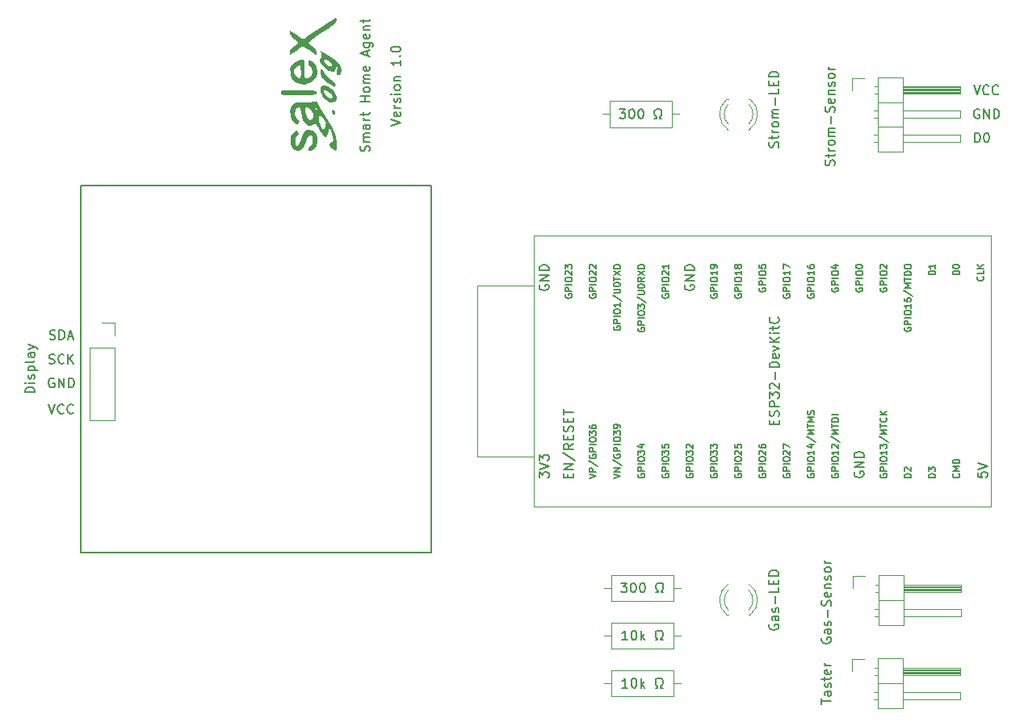
<source format=gbr>
%TF.GenerationSoftware,KiCad,Pcbnew,(6.0.9)*%
%TF.CreationDate,2022-12-30T22:43:23+01:00*%
%TF.ProjectId,mainboard,6d61696e-626f-4617-9264-2e6b69636164,rev?*%
%TF.SameCoordinates,Original*%
%TF.FileFunction,Legend,Top*%
%TF.FilePolarity,Positive*%
%FSLAX46Y46*%
G04 Gerber Fmt 4.6, Leading zero omitted, Abs format (unit mm)*
G04 Created by KiCad (PCBNEW (6.0.9)) date 2022-12-30 22:43:23*
%MOMM*%
%LPD*%
G01*
G04 APERTURE LIST*
%ADD10C,0.150000*%
%ADD11C,0.120000*%
G04 APERTURE END LIST*
D10*
X93000000Y-85250000D02*
X129750000Y-85250000D01*
X129750000Y-85250000D02*
X129750000Y-123750000D01*
X129750000Y-123750000D02*
X93000000Y-123750000D01*
X93000000Y-123750000D02*
X93000000Y-85250000D01*
X123294761Y-81630952D02*
X123342380Y-81488095D01*
X123342380Y-81250000D01*
X123294761Y-81154761D01*
X123247142Y-81107142D01*
X123151904Y-81059523D01*
X123056666Y-81059523D01*
X122961428Y-81107142D01*
X122913809Y-81154761D01*
X122866190Y-81250000D01*
X122818571Y-81440476D01*
X122770952Y-81535714D01*
X122723333Y-81583333D01*
X122628095Y-81630952D01*
X122532857Y-81630952D01*
X122437619Y-81583333D01*
X122390000Y-81535714D01*
X122342380Y-81440476D01*
X122342380Y-81202380D01*
X122390000Y-81059523D01*
X123342380Y-80630952D02*
X122675714Y-80630952D01*
X122770952Y-80630952D02*
X122723333Y-80583333D01*
X122675714Y-80488095D01*
X122675714Y-80345238D01*
X122723333Y-80250000D01*
X122818571Y-80202380D01*
X123342380Y-80202380D01*
X122818571Y-80202380D02*
X122723333Y-80154761D01*
X122675714Y-80059523D01*
X122675714Y-79916666D01*
X122723333Y-79821428D01*
X122818571Y-79773809D01*
X123342380Y-79773809D01*
X123342380Y-78869047D02*
X122818571Y-78869047D01*
X122723333Y-78916666D01*
X122675714Y-79011904D01*
X122675714Y-79202380D01*
X122723333Y-79297619D01*
X123294761Y-78869047D02*
X123342380Y-78964285D01*
X123342380Y-79202380D01*
X123294761Y-79297619D01*
X123199523Y-79345238D01*
X123104285Y-79345238D01*
X123009047Y-79297619D01*
X122961428Y-79202380D01*
X122961428Y-78964285D01*
X122913809Y-78869047D01*
X123342380Y-78392857D02*
X122675714Y-78392857D01*
X122866190Y-78392857D02*
X122770952Y-78345238D01*
X122723333Y-78297619D01*
X122675714Y-78202380D01*
X122675714Y-78107142D01*
X122675714Y-77916666D02*
X122675714Y-77535714D01*
X122342380Y-77773809D02*
X123199523Y-77773809D01*
X123294761Y-77726190D01*
X123342380Y-77630952D01*
X123342380Y-77535714D01*
X123342380Y-76440476D02*
X122342380Y-76440476D01*
X122818571Y-76440476D02*
X122818571Y-75869047D01*
X123342380Y-75869047D02*
X122342380Y-75869047D01*
X123342380Y-75250000D02*
X123294761Y-75345238D01*
X123247142Y-75392857D01*
X123151904Y-75440476D01*
X122866190Y-75440476D01*
X122770952Y-75392857D01*
X122723333Y-75345238D01*
X122675714Y-75250000D01*
X122675714Y-75107142D01*
X122723333Y-75011904D01*
X122770952Y-74964285D01*
X122866190Y-74916666D01*
X123151904Y-74916666D01*
X123247142Y-74964285D01*
X123294761Y-75011904D01*
X123342380Y-75107142D01*
X123342380Y-75250000D01*
X123342380Y-74488095D02*
X122675714Y-74488095D01*
X122770952Y-74488095D02*
X122723333Y-74440476D01*
X122675714Y-74345238D01*
X122675714Y-74202380D01*
X122723333Y-74107142D01*
X122818571Y-74059523D01*
X123342380Y-74059523D01*
X122818571Y-74059523D02*
X122723333Y-74011904D01*
X122675714Y-73916666D01*
X122675714Y-73773809D01*
X122723333Y-73678571D01*
X122818571Y-73630952D01*
X123342380Y-73630952D01*
X123294761Y-72773809D02*
X123342380Y-72869047D01*
X123342380Y-73059523D01*
X123294761Y-73154761D01*
X123199523Y-73202380D01*
X122818571Y-73202380D01*
X122723333Y-73154761D01*
X122675714Y-73059523D01*
X122675714Y-72869047D01*
X122723333Y-72773809D01*
X122818571Y-72726190D01*
X122913809Y-72726190D01*
X123009047Y-73202380D01*
X123056666Y-71583333D02*
X123056666Y-71107142D01*
X123342380Y-71678571D02*
X122342380Y-71345238D01*
X123342380Y-71011904D01*
X122675714Y-70250000D02*
X123485238Y-70250000D01*
X123580476Y-70297619D01*
X123628095Y-70345238D01*
X123675714Y-70440476D01*
X123675714Y-70583333D01*
X123628095Y-70678571D01*
X123294761Y-70250000D02*
X123342380Y-70345238D01*
X123342380Y-70535714D01*
X123294761Y-70630952D01*
X123247142Y-70678571D01*
X123151904Y-70726190D01*
X122866190Y-70726190D01*
X122770952Y-70678571D01*
X122723333Y-70630952D01*
X122675714Y-70535714D01*
X122675714Y-70345238D01*
X122723333Y-70250000D01*
X123294761Y-69392857D02*
X123342380Y-69488095D01*
X123342380Y-69678571D01*
X123294761Y-69773809D01*
X123199523Y-69821428D01*
X122818571Y-69821428D01*
X122723333Y-69773809D01*
X122675714Y-69678571D01*
X122675714Y-69488095D01*
X122723333Y-69392857D01*
X122818571Y-69345238D01*
X122913809Y-69345238D01*
X123009047Y-69821428D01*
X122675714Y-68916666D02*
X123342380Y-68916666D01*
X122770952Y-68916666D02*
X122723333Y-68869047D01*
X122675714Y-68773809D01*
X122675714Y-68630952D01*
X122723333Y-68535714D01*
X122818571Y-68488095D01*
X123342380Y-68488095D01*
X122675714Y-68154761D02*
X122675714Y-67773809D01*
X122342380Y-68011904D02*
X123199523Y-68011904D01*
X123294761Y-67964285D01*
X123342380Y-67869047D01*
X123342380Y-67773809D01*
X125562380Y-78940476D02*
X126562380Y-78607142D01*
X125562380Y-78273809D01*
X126514761Y-77559523D02*
X126562380Y-77654761D01*
X126562380Y-77845238D01*
X126514761Y-77940476D01*
X126419523Y-77988095D01*
X126038571Y-77988095D01*
X125943333Y-77940476D01*
X125895714Y-77845238D01*
X125895714Y-77654761D01*
X125943333Y-77559523D01*
X126038571Y-77511904D01*
X126133809Y-77511904D01*
X126229047Y-77988095D01*
X126562380Y-77083333D02*
X125895714Y-77083333D01*
X126086190Y-77083333D02*
X125990952Y-77035714D01*
X125943333Y-76988095D01*
X125895714Y-76892857D01*
X125895714Y-76797619D01*
X126514761Y-76511904D02*
X126562380Y-76416666D01*
X126562380Y-76226190D01*
X126514761Y-76130952D01*
X126419523Y-76083333D01*
X126371904Y-76083333D01*
X126276666Y-76130952D01*
X126229047Y-76226190D01*
X126229047Y-76369047D01*
X126181428Y-76464285D01*
X126086190Y-76511904D01*
X126038571Y-76511904D01*
X125943333Y-76464285D01*
X125895714Y-76369047D01*
X125895714Y-76226190D01*
X125943333Y-76130952D01*
X126562380Y-75654761D02*
X125895714Y-75654761D01*
X125562380Y-75654761D02*
X125610000Y-75702380D01*
X125657619Y-75654761D01*
X125610000Y-75607142D01*
X125562380Y-75654761D01*
X125657619Y-75654761D01*
X126562380Y-75035714D02*
X126514761Y-75130952D01*
X126467142Y-75178571D01*
X126371904Y-75226190D01*
X126086190Y-75226190D01*
X125990952Y-75178571D01*
X125943333Y-75130952D01*
X125895714Y-75035714D01*
X125895714Y-74892857D01*
X125943333Y-74797619D01*
X125990952Y-74750000D01*
X126086190Y-74702380D01*
X126371904Y-74702380D01*
X126467142Y-74750000D01*
X126514761Y-74797619D01*
X126562380Y-74892857D01*
X126562380Y-75035714D01*
X125895714Y-74273809D02*
X126562380Y-74273809D01*
X125990952Y-74273809D02*
X125943333Y-74226190D01*
X125895714Y-74130952D01*
X125895714Y-73988095D01*
X125943333Y-73892857D01*
X126038571Y-73845238D01*
X126562380Y-73845238D01*
X126562380Y-72083333D02*
X126562380Y-72654761D01*
X126562380Y-72369047D02*
X125562380Y-72369047D01*
X125705238Y-72464285D01*
X125800476Y-72559523D01*
X125848095Y-72654761D01*
X126467142Y-71654761D02*
X126514761Y-71607142D01*
X126562380Y-71654761D01*
X126514761Y-71702380D01*
X126467142Y-71654761D01*
X126562380Y-71654761D01*
X125562380Y-70988095D02*
X125562380Y-70892857D01*
X125610000Y-70797619D01*
X125657619Y-70750000D01*
X125752857Y-70702380D01*
X125943333Y-70654761D01*
X126181428Y-70654761D01*
X126371904Y-70702380D01*
X126467142Y-70750000D01*
X126514761Y-70797619D01*
X126562380Y-70892857D01*
X126562380Y-70988095D01*
X126514761Y-71083333D01*
X126467142Y-71130952D01*
X126371904Y-71178571D01*
X126181428Y-71226190D01*
X125943333Y-71226190D01*
X125752857Y-71178571D01*
X125657619Y-71130952D01*
X125610000Y-71083333D01*
X125562380Y-70988095D01*
%TO.C,REF\u002A\u002A*%
X166154761Y-81226190D02*
X166202380Y-81083333D01*
X166202380Y-80845238D01*
X166154761Y-80750000D01*
X166107142Y-80702380D01*
X166011904Y-80654761D01*
X165916666Y-80654761D01*
X165821428Y-80702380D01*
X165773809Y-80750000D01*
X165726190Y-80845238D01*
X165678571Y-81035714D01*
X165630952Y-81130952D01*
X165583333Y-81178571D01*
X165488095Y-81226190D01*
X165392857Y-81226190D01*
X165297619Y-81178571D01*
X165250000Y-81130952D01*
X165202380Y-81035714D01*
X165202380Y-80797619D01*
X165250000Y-80654761D01*
X165535714Y-80369047D02*
X165535714Y-79988095D01*
X165202380Y-80226190D02*
X166059523Y-80226190D01*
X166154761Y-80178571D01*
X166202380Y-80083333D01*
X166202380Y-79988095D01*
X166202380Y-79654761D02*
X165535714Y-79654761D01*
X165726190Y-79654761D02*
X165630952Y-79607142D01*
X165583333Y-79559523D01*
X165535714Y-79464285D01*
X165535714Y-79369047D01*
X166202380Y-78892857D02*
X166154761Y-78988095D01*
X166107142Y-79035714D01*
X166011904Y-79083333D01*
X165726190Y-79083333D01*
X165630952Y-79035714D01*
X165583333Y-78988095D01*
X165535714Y-78892857D01*
X165535714Y-78750000D01*
X165583333Y-78654761D01*
X165630952Y-78607142D01*
X165726190Y-78559523D01*
X166011904Y-78559523D01*
X166107142Y-78607142D01*
X166154761Y-78654761D01*
X166202380Y-78750000D01*
X166202380Y-78892857D01*
X166202380Y-78130952D02*
X165535714Y-78130952D01*
X165630952Y-78130952D02*
X165583333Y-78083333D01*
X165535714Y-77988095D01*
X165535714Y-77845238D01*
X165583333Y-77750000D01*
X165678571Y-77702380D01*
X166202380Y-77702380D01*
X165678571Y-77702380D02*
X165583333Y-77654761D01*
X165535714Y-77559523D01*
X165535714Y-77416666D01*
X165583333Y-77321428D01*
X165678571Y-77273809D01*
X166202380Y-77273809D01*
X165821428Y-76797619D02*
X165821428Y-76035714D01*
X166202380Y-75083333D02*
X166202380Y-75559523D01*
X165202380Y-75559523D01*
X165678571Y-74750000D02*
X165678571Y-74416666D01*
X166202380Y-74273809D02*
X166202380Y-74750000D01*
X165202380Y-74750000D01*
X165202380Y-74273809D01*
X166202380Y-73845238D02*
X165202380Y-73845238D01*
X165202380Y-73607142D01*
X165250000Y-73464285D01*
X165345238Y-73369047D01*
X165440476Y-73321428D01*
X165630952Y-73273809D01*
X165773809Y-73273809D01*
X165964285Y-73321428D01*
X166059523Y-73369047D01*
X166154761Y-73464285D01*
X166202380Y-73607142D01*
X166202380Y-73845238D01*
X149511904Y-77202380D02*
X150130952Y-77202380D01*
X149797619Y-77583333D01*
X149940476Y-77583333D01*
X150035714Y-77630952D01*
X150083333Y-77678571D01*
X150130952Y-77773809D01*
X150130952Y-78011904D01*
X150083333Y-78107142D01*
X150035714Y-78154761D01*
X149940476Y-78202380D01*
X149654761Y-78202380D01*
X149559523Y-78154761D01*
X149511904Y-78107142D01*
X150750000Y-77202380D02*
X150845238Y-77202380D01*
X150940476Y-77250000D01*
X150988095Y-77297619D01*
X151035714Y-77392857D01*
X151083333Y-77583333D01*
X151083333Y-77821428D01*
X151035714Y-78011904D01*
X150988095Y-78107142D01*
X150940476Y-78154761D01*
X150845238Y-78202380D01*
X150750000Y-78202380D01*
X150654761Y-78154761D01*
X150607142Y-78107142D01*
X150559523Y-78011904D01*
X150511904Y-77821428D01*
X150511904Y-77583333D01*
X150559523Y-77392857D01*
X150607142Y-77297619D01*
X150654761Y-77250000D01*
X150750000Y-77202380D01*
X151702380Y-77202380D02*
X151797619Y-77202380D01*
X151892857Y-77250000D01*
X151940476Y-77297619D01*
X151988095Y-77392857D01*
X152035714Y-77583333D01*
X152035714Y-77821428D01*
X151988095Y-78011904D01*
X151940476Y-78107142D01*
X151892857Y-78154761D01*
X151797619Y-78202380D01*
X151702380Y-78202380D01*
X151607142Y-78154761D01*
X151559523Y-78107142D01*
X151511904Y-78011904D01*
X151464285Y-77821428D01*
X151464285Y-77583333D01*
X151511904Y-77392857D01*
X151559523Y-77297619D01*
X151607142Y-77250000D01*
X151702380Y-77202380D01*
X153178571Y-78202380D02*
X153416666Y-78202380D01*
X153416666Y-78011904D01*
X153321428Y-77964285D01*
X153226190Y-77869047D01*
X153178571Y-77726190D01*
X153178571Y-77488095D01*
X153226190Y-77345238D01*
X153321428Y-77250000D01*
X153464285Y-77202380D01*
X153654761Y-77202380D01*
X153797619Y-77250000D01*
X153892857Y-77345238D01*
X153940476Y-77488095D01*
X153940476Y-77726190D01*
X153892857Y-77869047D01*
X153797619Y-77964285D01*
X153702380Y-78011904D01*
X153702380Y-78202380D01*
X153940476Y-78202380D01*
X170702380Y-139666666D02*
X170702380Y-139095238D01*
X171702380Y-139380952D02*
X170702380Y-139380952D01*
X171702380Y-138333333D02*
X171178571Y-138333333D01*
X171083333Y-138380952D01*
X171035714Y-138476190D01*
X171035714Y-138666666D01*
X171083333Y-138761904D01*
X171654761Y-138333333D02*
X171702380Y-138428571D01*
X171702380Y-138666666D01*
X171654761Y-138761904D01*
X171559523Y-138809523D01*
X171464285Y-138809523D01*
X171369047Y-138761904D01*
X171321428Y-138666666D01*
X171321428Y-138428571D01*
X171273809Y-138333333D01*
X171654761Y-137904761D02*
X171702380Y-137809523D01*
X171702380Y-137619047D01*
X171654761Y-137523809D01*
X171559523Y-137476190D01*
X171511904Y-137476190D01*
X171416666Y-137523809D01*
X171369047Y-137619047D01*
X171369047Y-137761904D01*
X171321428Y-137857142D01*
X171226190Y-137904761D01*
X171178571Y-137904761D01*
X171083333Y-137857142D01*
X171035714Y-137761904D01*
X171035714Y-137619047D01*
X171083333Y-137523809D01*
X171035714Y-137190476D02*
X171035714Y-136809523D01*
X170702380Y-137047619D02*
X171559523Y-137047619D01*
X171654761Y-137000000D01*
X171702380Y-136904761D01*
X171702380Y-136809523D01*
X171654761Y-136095238D02*
X171702380Y-136190476D01*
X171702380Y-136380952D01*
X171654761Y-136476190D01*
X171559523Y-136523809D01*
X171178571Y-136523809D01*
X171083333Y-136476190D01*
X171035714Y-136380952D01*
X171035714Y-136190476D01*
X171083333Y-136095238D01*
X171178571Y-136047619D01*
X171273809Y-136047619D01*
X171369047Y-136523809D01*
X171702380Y-135619047D02*
X171035714Y-135619047D01*
X171226190Y-135619047D02*
X171130952Y-135571428D01*
X171083333Y-135523809D01*
X171035714Y-135428571D01*
X171035714Y-135333333D01*
X88202380Y-106952380D02*
X87202380Y-106952380D01*
X87202380Y-106714285D01*
X87250000Y-106571428D01*
X87345238Y-106476190D01*
X87440476Y-106428571D01*
X87630952Y-106380952D01*
X87773809Y-106380952D01*
X87964285Y-106428571D01*
X88059523Y-106476190D01*
X88154761Y-106571428D01*
X88202380Y-106714285D01*
X88202380Y-106952380D01*
X88202380Y-105952380D02*
X87535714Y-105952380D01*
X87202380Y-105952380D02*
X87250000Y-106000000D01*
X87297619Y-105952380D01*
X87250000Y-105904761D01*
X87202380Y-105952380D01*
X87297619Y-105952380D01*
X88154761Y-105523809D02*
X88202380Y-105428571D01*
X88202380Y-105238095D01*
X88154761Y-105142857D01*
X88059523Y-105095238D01*
X88011904Y-105095238D01*
X87916666Y-105142857D01*
X87869047Y-105238095D01*
X87869047Y-105380952D01*
X87821428Y-105476190D01*
X87726190Y-105523809D01*
X87678571Y-105523809D01*
X87583333Y-105476190D01*
X87535714Y-105380952D01*
X87535714Y-105238095D01*
X87583333Y-105142857D01*
X87535714Y-104666666D02*
X88535714Y-104666666D01*
X87583333Y-104666666D02*
X87535714Y-104571428D01*
X87535714Y-104380952D01*
X87583333Y-104285714D01*
X87630952Y-104238095D01*
X87726190Y-104190476D01*
X88011904Y-104190476D01*
X88107142Y-104238095D01*
X88154761Y-104285714D01*
X88202380Y-104380952D01*
X88202380Y-104571428D01*
X88154761Y-104666666D01*
X88202380Y-103619047D02*
X88154761Y-103714285D01*
X88059523Y-103761904D01*
X87202380Y-103761904D01*
X88202380Y-102809523D02*
X87678571Y-102809523D01*
X87583333Y-102857142D01*
X87535714Y-102952380D01*
X87535714Y-103142857D01*
X87583333Y-103238095D01*
X88154761Y-102809523D02*
X88202380Y-102904761D01*
X88202380Y-103142857D01*
X88154761Y-103238095D01*
X88059523Y-103285714D01*
X87964285Y-103285714D01*
X87869047Y-103238095D01*
X87821428Y-103142857D01*
X87821428Y-102904761D01*
X87773809Y-102809523D01*
X87535714Y-102428571D02*
X88202380Y-102190476D01*
X87535714Y-101952380D02*
X88202380Y-102190476D01*
X88440476Y-102285714D01*
X88488095Y-102333333D01*
X88535714Y-102428571D01*
X89714285Y-103904761D02*
X89857142Y-103952380D01*
X90095238Y-103952380D01*
X90190476Y-103904761D01*
X90238095Y-103857142D01*
X90285714Y-103761904D01*
X90285714Y-103666666D01*
X90238095Y-103571428D01*
X90190476Y-103523809D01*
X90095238Y-103476190D01*
X89904761Y-103428571D01*
X89809523Y-103380952D01*
X89761904Y-103333333D01*
X89714285Y-103238095D01*
X89714285Y-103142857D01*
X89761904Y-103047619D01*
X89809523Y-103000000D01*
X89904761Y-102952380D01*
X90142857Y-102952380D01*
X90285714Y-103000000D01*
X91285714Y-103857142D02*
X91238095Y-103904761D01*
X91095238Y-103952380D01*
X91000000Y-103952380D01*
X90857142Y-103904761D01*
X90761904Y-103809523D01*
X90714285Y-103714285D01*
X90666666Y-103523809D01*
X90666666Y-103380952D01*
X90714285Y-103190476D01*
X90761904Y-103095238D01*
X90857142Y-103000000D01*
X91000000Y-102952380D01*
X91095238Y-102952380D01*
X91238095Y-103000000D01*
X91285714Y-103047619D01*
X91714285Y-103952380D02*
X91714285Y-102952380D01*
X92285714Y-103952380D02*
X91857142Y-103380952D01*
X92285714Y-102952380D02*
X91714285Y-103523809D01*
X89785714Y-101354761D02*
X89928571Y-101402380D01*
X90166666Y-101402380D01*
X90261904Y-101354761D01*
X90309523Y-101307142D01*
X90357142Y-101211904D01*
X90357142Y-101116666D01*
X90309523Y-101021428D01*
X90261904Y-100973809D01*
X90166666Y-100926190D01*
X89976190Y-100878571D01*
X89880952Y-100830952D01*
X89833333Y-100783333D01*
X89785714Y-100688095D01*
X89785714Y-100592857D01*
X89833333Y-100497619D01*
X89880952Y-100450000D01*
X89976190Y-100402380D01*
X90214285Y-100402380D01*
X90357142Y-100450000D01*
X90785714Y-101402380D02*
X90785714Y-100402380D01*
X91023809Y-100402380D01*
X91166666Y-100450000D01*
X91261904Y-100545238D01*
X91309523Y-100640476D01*
X91357142Y-100830952D01*
X91357142Y-100973809D01*
X91309523Y-101164285D01*
X91261904Y-101259523D01*
X91166666Y-101354761D01*
X91023809Y-101402380D01*
X90785714Y-101402380D01*
X91738095Y-101116666D02*
X92214285Y-101116666D01*
X91642857Y-101402380D02*
X91976190Y-100402380D01*
X92309523Y-101402380D01*
X90238095Y-105500000D02*
X90142857Y-105452380D01*
X90000000Y-105452380D01*
X89857142Y-105500000D01*
X89761904Y-105595238D01*
X89714285Y-105690476D01*
X89666666Y-105880952D01*
X89666666Y-106023809D01*
X89714285Y-106214285D01*
X89761904Y-106309523D01*
X89857142Y-106404761D01*
X90000000Y-106452380D01*
X90095238Y-106452380D01*
X90238095Y-106404761D01*
X90285714Y-106357142D01*
X90285714Y-106023809D01*
X90095238Y-106023809D01*
X90714285Y-106452380D02*
X90714285Y-105452380D01*
X91285714Y-106452380D01*
X91285714Y-105452380D01*
X91761904Y-106452380D02*
X91761904Y-105452380D01*
X92000000Y-105452380D01*
X92142857Y-105500000D01*
X92238095Y-105595238D01*
X92285714Y-105690476D01*
X92333333Y-105880952D01*
X92333333Y-106023809D01*
X92285714Y-106214285D01*
X92238095Y-106309523D01*
X92142857Y-106404761D01*
X92000000Y-106452380D01*
X91761904Y-106452380D01*
X89666666Y-108202380D02*
X90000000Y-109202380D01*
X90333333Y-108202380D01*
X91238095Y-109107142D02*
X91190476Y-109154761D01*
X91047619Y-109202380D01*
X90952380Y-109202380D01*
X90809523Y-109154761D01*
X90714285Y-109059523D01*
X90666666Y-108964285D01*
X90619047Y-108773809D01*
X90619047Y-108630952D01*
X90666666Y-108440476D01*
X90714285Y-108345238D01*
X90809523Y-108250000D01*
X90952380Y-108202380D01*
X91047619Y-108202380D01*
X91190476Y-108250000D01*
X91238095Y-108297619D01*
X92238095Y-109107142D02*
X92190476Y-109154761D01*
X92047619Y-109202380D01*
X91952380Y-109202380D01*
X91809523Y-109154761D01*
X91714285Y-109059523D01*
X91666666Y-108964285D01*
X91619047Y-108773809D01*
X91619047Y-108630952D01*
X91666666Y-108440476D01*
X91714285Y-108345238D01*
X91809523Y-108250000D01*
X91952380Y-108202380D01*
X92047619Y-108202380D01*
X92190476Y-108250000D01*
X92238095Y-108297619D01*
X170750000Y-132738095D02*
X170702380Y-132833333D01*
X170702380Y-132976190D01*
X170750000Y-133119047D01*
X170845238Y-133214285D01*
X170940476Y-133261904D01*
X171130952Y-133309523D01*
X171273809Y-133309523D01*
X171464285Y-133261904D01*
X171559523Y-133214285D01*
X171654761Y-133119047D01*
X171702380Y-132976190D01*
X171702380Y-132880952D01*
X171654761Y-132738095D01*
X171607142Y-132690476D01*
X171273809Y-132690476D01*
X171273809Y-132880952D01*
X171702380Y-131833333D02*
X171178571Y-131833333D01*
X171083333Y-131880952D01*
X171035714Y-131976190D01*
X171035714Y-132166666D01*
X171083333Y-132261904D01*
X171654761Y-131833333D02*
X171702380Y-131928571D01*
X171702380Y-132166666D01*
X171654761Y-132261904D01*
X171559523Y-132309523D01*
X171464285Y-132309523D01*
X171369047Y-132261904D01*
X171321428Y-132166666D01*
X171321428Y-131928571D01*
X171273809Y-131833333D01*
X171654761Y-131404761D02*
X171702380Y-131309523D01*
X171702380Y-131119047D01*
X171654761Y-131023809D01*
X171559523Y-130976190D01*
X171511904Y-130976190D01*
X171416666Y-131023809D01*
X171369047Y-131119047D01*
X171369047Y-131261904D01*
X171321428Y-131357142D01*
X171226190Y-131404761D01*
X171178571Y-131404761D01*
X171083333Y-131357142D01*
X171035714Y-131261904D01*
X171035714Y-131119047D01*
X171083333Y-131023809D01*
X171321428Y-130547619D02*
X171321428Y-129785714D01*
X171654761Y-129357142D02*
X171702380Y-129214285D01*
X171702380Y-128976190D01*
X171654761Y-128880952D01*
X171607142Y-128833333D01*
X171511904Y-128785714D01*
X171416666Y-128785714D01*
X171321428Y-128833333D01*
X171273809Y-128880952D01*
X171226190Y-128976190D01*
X171178571Y-129166666D01*
X171130952Y-129261904D01*
X171083333Y-129309523D01*
X170988095Y-129357142D01*
X170892857Y-129357142D01*
X170797619Y-129309523D01*
X170750000Y-129261904D01*
X170702380Y-129166666D01*
X170702380Y-128928571D01*
X170750000Y-128785714D01*
X171654761Y-127976190D02*
X171702380Y-128071428D01*
X171702380Y-128261904D01*
X171654761Y-128357142D01*
X171559523Y-128404761D01*
X171178571Y-128404761D01*
X171083333Y-128357142D01*
X171035714Y-128261904D01*
X171035714Y-128071428D01*
X171083333Y-127976190D01*
X171178571Y-127928571D01*
X171273809Y-127928571D01*
X171369047Y-128404761D01*
X171035714Y-127500000D02*
X171702380Y-127500000D01*
X171130952Y-127500000D02*
X171083333Y-127452380D01*
X171035714Y-127357142D01*
X171035714Y-127214285D01*
X171083333Y-127119047D01*
X171178571Y-127071428D01*
X171702380Y-127071428D01*
X171654761Y-126642857D02*
X171702380Y-126547619D01*
X171702380Y-126357142D01*
X171654761Y-126261904D01*
X171559523Y-126214285D01*
X171511904Y-126214285D01*
X171416666Y-126261904D01*
X171369047Y-126357142D01*
X171369047Y-126500000D01*
X171321428Y-126595238D01*
X171226190Y-126642857D01*
X171178571Y-126642857D01*
X171083333Y-126595238D01*
X171035714Y-126500000D01*
X171035714Y-126357142D01*
X171083333Y-126261904D01*
X171702380Y-125642857D02*
X171654761Y-125738095D01*
X171607142Y-125785714D01*
X171511904Y-125833333D01*
X171226190Y-125833333D01*
X171130952Y-125785714D01*
X171083333Y-125738095D01*
X171035714Y-125642857D01*
X171035714Y-125500000D01*
X171083333Y-125404761D01*
X171130952Y-125357142D01*
X171226190Y-125309523D01*
X171511904Y-125309523D01*
X171607142Y-125357142D01*
X171654761Y-125404761D01*
X171702380Y-125500000D01*
X171702380Y-125642857D01*
X171702380Y-124880952D02*
X171035714Y-124880952D01*
X171226190Y-124880952D02*
X171130952Y-124833333D01*
X171083333Y-124785714D01*
X171035714Y-124690476D01*
X171035714Y-124595238D01*
X165250000Y-131326428D02*
X165202380Y-131421666D01*
X165202380Y-131564523D01*
X165250000Y-131707380D01*
X165345238Y-131802619D01*
X165440476Y-131850238D01*
X165630952Y-131897857D01*
X165773809Y-131897857D01*
X165964285Y-131850238D01*
X166059523Y-131802619D01*
X166154761Y-131707380D01*
X166202380Y-131564523D01*
X166202380Y-131469285D01*
X166154761Y-131326428D01*
X166107142Y-131278809D01*
X165773809Y-131278809D01*
X165773809Y-131469285D01*
X166202380Y-130421666D02*
X165678571Y-130421666D01*
X165583333Y-130469285D01*
X165535714Y-130564523D01*
X165535714Y-130755000D01*
X165583333Y-130850238D01*
X166154761Y-130421666D02*
X166202380Y-130516904D01*
X166202380Y-130755000D01*
X166154761Y-130850238D01*
X166059523Y-130897857D01*
X165964285Y-130897857D01*
X165869047Y-130850238D01*
X165821428Y-130755000D01*
X165821428Y-130516904D01*
X165773809Y-130421666D01*
X166154761Y-129993095D02*
X166202380Y-129897857D01*
X166202380Y-129707380D01*
X166154761Y-129612142D01*
X166059523Y-129564523D01*
X166011904Y-129564523D01*
X165916666Y-129612142D01*
X165869047Y-129707380D01*
X165869047Y-129850238D01*
X165821428Y-129945476D01*
X165726190Y-129993095D01*
X165678571Y-129993095D01*
X165583333Y-129945476D01*
X165535714Y-129850238D01*
X165535714Y-129707380D01*
X165583333Y-129612142D01*
X165821428Y-129135952D02*
X165821428Y-128374047D01*
X166202380Y-127421666D02*
X166202380Y-127897857D01*
X165202380Y-127897857D01*
X165678571Y-127088333D02*
X165678571Y-126755000D01*
X166202380Y-126612142D02*
X166202380Y-127088333D01*
X165202380Y-127088333D01*
X165202380Y-126612142D01*
X166202380Y-126183571D02*
X165202380Y-126183571D01*
X165202380Y-125945476D01*
X165250000Y-125802619D01*
X165345238Y-125707380D01*
X165440476Y-125659761D01*
X165630952Y-125612142D01*
X165773809Y-125612142D01*
X165964285Y-125659761D01*
X166059523Y-125707380D01*
X166154761Y-125802619D01*
X166202380Y-125945476D01*
X166202380Y-126183571D01*
X150372380Y-132952380D02*
X149800952Y-132952380D01*
X150086666Y-132952380D02*
X150086666Y-131952380D01*
X149991428Y-132095238D01*
X149896190Y-132190476D01*
X149800952Y-132238095D01*
X150991428Y-131952380D02*
X151086666Y-131952380D01*
X151181904Y-132000000D01*
X151229523Y-132047619D01*
X151277142Y-132142857D01*
X151324761Y-132333333D01*
X151324761Y-132571428D01*
X151277142Y-132761904D01*
X151229523Y-132857142D01*
X151181904Y-132904761D01*
X151086666Y-132952380D01*
X150991428Y-132952380D01*
X150896190Y-132904761D01*
X150848571Y-132857142D01*
X150800952Y-132761904D01*
X150753333Y-132571428D01*
X150753333Y-132333333D01*
X150800952Y-132142857D01*
X150848571Y-132047619D01*
X150896190Y-132000000D01*
X150991428Y-131952380D01*
X151753333Y-132952380D02*
X151753333Y-131952380D01*
X151848571Y-132571428D02*
X152134285Y-132952380D01*
X152134285Y-132285714D02*
X151753333Y-132666666D01*
X153277142Y-132952380D02*
X153515238Y-132952380D01*
X153515238Y-132761904D01*
X153420000Y-132714285D01*
X153324761Y-132619047D01*
X153277142Y-132476190D01*
X153277142Y-132238095D01*
X153324761Y-132095238D01*
X153420000Y-132000000D01*
X153562857Y-131952380D01*
X153753333Y-131952380D01*
X153896190Y-132000000D01*
X153991428Y-132095238D01*
X154039047Y-132238095D01*
X154039047Y-132476190D01*
X153991428Y-132619047D01*
X153896190Y-132714285D01*
X153800952Y-132761904D01*
X153800952Y-132952380D01*
X154039047Y-132952380D01*
X172029761Y-83142857D02*
X172077380Y-83000000D01*
X172077380Y-82761904D01*
X172029761Y-82666666D01*
X171982142Y-82619047D01*
X171886904Y-82571428D01*
X171791666Y-82571428D01*
X171696428Y-82619047D01*
X171648809Y-82666666D01*
X171601190Y-82761904D01*
X171553571Y-82952380D01*
X171505952Y-83047619D01*
X171458333Y-83095238D01*
X171363095Y-83142857D01*
X171267857Y-83142857D01*
X171172619Y-83095238D01*
X171125000Y-83047619D01*
X171077380Y-82952380D01*
X171077380Y-82714285D01*
X171125000Y-82571428D01*
X171410714Y-82285714D02*
X171410714Y-81904761D01*
X171077380Y-82142857D02*
X171934523Y-82142857D01*
X172029761Y-82095238D01*
X172077380Y-82000000D01*
X172077380Y-81904761D01*
X172077380Y-81571428D02*
X171410714Y-81571428D01*
X171601190Y-81571428D02*
X171505952Y-81523809D01*
X171458333Y-81476190D01*
X171410714Y-81380952D01*
X171410714Y-81285714D01*
X172077380Y-80809523D02*
X172029761Y-80904761D01*
X171982142Y-80952380D01*
X171886904Y-81000000D01*
X171601190Y-81000000D01*
X171505952Y-80952380D01*
X171458333Y-80904761D01*
X171410714Y-80809523D01*
X171410714Y-80666666D01*
X171458333Y-80571428D01*
X171505952Y-80523809D01*
X171601190Y-80476190D01*
X171886904Y-80476190D01*
X171982142Y-80523809D01*
X172029761Y-80571428D01*
X172077380Y-80666666D01*
X172077380Y-80809523D01*
X172077380Y-80047619D02*
X171410714Y-80047619D01*
X171505952Y-80047619D02*
X171458333Y-80000000D01*
X171410714Y-79904761D01*
X171410714Y-79761904D01*
X171458333Y-79666666D01*
X171553571Y-79619047D01*
X172077380Y-79619047D01*
X171553571Y-79619047D02*
X171458333Y-79571428D01*
X171410714Y-79476190D01*
X171410714Y-79333333D01*
X171458333Y-79238095D01*
X171553571Y-79190476D01*
X172077380Y-79190476D01*
X171696428Y-78714285D02*
X171696428Y-77952380D01*
X172029761Y-77523809D02*
X172077380Y-77380952D01*
X172077380Y-77142857D01*
X172029761Y-77047619D01*
X171982142Y-77000000D01*
X171886904Y-76952380D01*
X171791666Y-76952380D01*
X171696428Y-77000000D01*
X171648809Y-77047619D01*
X171601190Y-77142857D01*
X171553571Y-77333333D01*
X171505952Y-77428571D01*
X171458333Y-77476190D01*
X171363095Y-77523809D01*
X171267857Y-77523809D01*
X171172619Y-77476190D01*
X171125000Y-77428571D01*
X171077380Y-77333333D01*
X171077380Y-77095238D01*
X171125000Y-76952380D01*
X172029761Y-76142857D02*
X172077380Y-76238095D01*
X172077380Y-76428571D01*
X172029761Y-76523809D01*
X171934523Y-76571428D01*
X171553571Y-76571428D01*
X171458333Y-76523809D01*
X171410714Y-76428571D01*
X171410714Y-76238095D01*
X171458333Y-76142857D01*
X171553571Y-76095238D01*
X171648809Y-76095238D01*
X171744047Y-76571428D01*
X171410714Y-75666666D02*
X172077380Y-75666666D01*
X171505952Y-75666666D02*
X171458333Y-75619047D01*
X171410714Y-75523809D01*
X171410714Y-75380952D01*
X171458333Y-75285714D01*
X171553571Y-75238095D01*
X172077380Y-75238095D01*
X172029761Y-74809523D02*
X172077380Y-74714285D01*
X172077380Y-74523809D01*
X172029761Y-74428571D01*
X171934523Y-74380952D01*
X171886904Y-74380952D01*
X171791666Y-74428571D01*
X171744047Y-74523809D01*
X171744047Y-74666666D01*
X171696428Y-74761904D01*
X171601190Y-74809523D01*
X171553571Y-74809523D01*
X171458333Y-74761904D01*
X171410714Y-74666666D01*
X171410714Y-74523809D01*
X171458333Y-74428571D01*
X172077380Y-73809523D02*
X172029761Y-73904761D01*
X171982142Y-73952380D01*
X171886904Y-74000000D01*
X171601190Y-74000000D01*
X171505952Y-73952380D01*
X171458333Y-73904761D01*
X171410714Y-73809523D01*
X171410714Y-73666666D01*
X171458333Y-73571428D01*
X171505952Y-73523809D01*
X171601190Y-73476190D01*
X171886904Y-73476190D01*
X171982142Y-73523809D01*
X172029761Y-73571428D01*
X172077380Y-73666666D01*
X172077380Y-73809523D01*
X172077380Y-73047619D02*
X171410714Y-73047619D01*
X171601190Y-73047619D02*
X171505952Y-73000000D01*
X171458333Y-72952380D01*
X171410714Y-72857142D01*
X171410714Y-72761904D01*
X187238095Y-77250000D02*
X187142857Y-77202380D01*
X187000000Y-77202380D01*
X186857142Y-77250000D01*
X186761904Y-77345238D01*
X186714285Y-77440476D01*
X186666666Y-77630952D01*
X186666666Y-77773809D01*
X186714285Y-77964285D01*
X186761904Y-78059523D01*
X186857142Y-78154761D01*
X187000000Y-78202380D01*
X187095238Y-78202380D01*
X187238095Y-78154761D01*
X187285714Y-78107142D01*
X187285714Y-77773809D01*
X187095238Y-77773809D01*
X187714285Y-78202380D02*
X187714285Y-77202380D01*
X188285714Y-78202380D01*
X188285714Y-77202380D01*
X188761904Y-78202380D02*
X188761904Y-77202380D01*
X189000000Y-77202380D01*
X189142857Y-77250000D01*
X189238095Y-77345238D01*
X189285714Y-77440476D01*
X189333333Y-77630952D01*
X189333333Y-77773809D01*
X189285714Y-77964285D01*
X189238095Y-78059523D01*
X189142857Y-78154761D01*
X189000000Y-78202380D01*
X188761904Y-78202380D01*
X186666666Y-74702380D02*
X187000000Y-75702380D01*
X187333333Y-74702380D01*
X188238095Y-75607142D02*
X188190476Y-75654761D01*
X188047619Y-75702380D01*
X187952380Y-75702380D01*
X187809523Y-75654761D01*
X187714285Y-75559523D01*
X187666666Y-75464285D01*
X187619047Y-75273809D01*
X187619047Y-75130952D01*
X187666666Y-74940476D01*
X187714285Y-74845238D01*
X187809523Y-74750000D01*
X187952380Y-74702380D01*
X188047619Y-74702380D01*
X188190476Y-74750000D01*
X188238095Y-74797619D01*
X189238095Y-75607142D02*
X189190476Y-75654761D01*
X189047619Y-75702380D01*
X188952380Y-75702380D01*
X188809523Y-75654761D01*
X188714285Y-75559523D01*
X188666666Y-75464285D01*
X188619047Y-75273809D01*
X188619047Y-75130952D01*
X188666666Y-74940476D01*
X188714285Y-74845238D01*
X188809523Y-74750000D01*
X188952380Y-74702380D01*
X189047619Y-74702380D01*
X189190476Y-74750000D01*
X189238095Y-74797619D01*
X186761904Y-80702380D02*
X186761904Y-79702380D01*
X187000000Y-79702380D01*
X187142857Y-79750000D01*
X187238095Y-79845238D01*
X187285714Y-79940476D01*
X187333333Y-80130952D01*
X187333333Y-80273809D01*
X187285714Y-80464285D01*
X187238095Y-80559523D01*
X187142857Y-80654761D01*
X187000000Y-80702380D01*
X186761904Y-80702380D01*
X187952380Y-79702380D02*
X188047619Y-79702380D01*
X188142857Y-79750000D01*
X188190476Y-79797619D01*
X188238095Y-79892857D01*
X188285714Y-80083333D01*
X188285714Y-80321428D01*
X188238095Y-80511904D01*
X188190476Y-80607142D01*
X188142857Y-80654761D01*
X188047619Y-80702380D01*
X187952380Y-80702380D01*
X187857142Y-80654761D01*
X187809523Y-80607142D01*
X187761904Y-80511904D01*
X187714285Y-80321428D01*
X187714285Y-80083333D01*
X187761904Y-79892857D01*
X187809523Y-79797619D01*
X187857142Y-79750000D01*
X187952380Y-79702380D01*
X165713571Y-110320238D02*
X165713571Y-109986904D01*
X166237380Y-109844047D02*
X166237380Y-110320238D01*
X165237380Y-110320238D01*
X165237380Y-109844047D01*
X166189761Y-109463095D02*
X166237380Y-109320238D01*
X166237380Y-109082142D01*
X166189761Y-108986904D01*
X166142142Y-108939285D01*
X166046904Y-108891666D01*
X165951666Y-108891666D01*
X165856428Y-108939285D01*
X165808809Y-108986904D01*
X165761190Y-109082142D01*
X165713571Y-109272619D01*
X165665952Y-109367857D01*
X165618333Y-109415476D01*
X165523095Y-109463095D01*
X165427857Y-109463095D01*
X165332619Y-109415476D01*
X165285000Y-109367857D01*
X165237380Y-109272619D01*
X165237380Y-109034523D01*
X165285000Y-108891666D01*
X166237380Y-108463095D02*
X165237380Y-108463095D01*
X165237380Y-108082142D01*
X165285000Y-107986904D01*
X165332619Y-107939285D01*
X165427857Y-107891666D01*
X165570714Y-107891666D01*
X165665952Y-107939285D01*
X165713571Y-107986904D01*
X165761190Y-108082142D01*
X165761190Y-108463095D01*
X165237380Y-107558333D02*
X165237380Y-106939285D01*
X165618333Y-107272619D01*
X165618333Y-107129761D01*
X165665952Y-107034523D01*
X165713571Y-106986904D01*
X165808809Y-106939285D01*
X166046904Y-106939285D01*
X166142142Y-106986904D01*
X166189761Y-107034523D01*
X166237380Y-107129761D01*
X166237380Y-107415476D01*
X166189761Y-107510714D01*
X166142142Y-107558333D01*
X165332619Y-106558333D02*
X165285000Y-106510714D01*
X165237380Y-106415476D01*
X165237380Y-106177380D01*
X165285000Y-106082142D01*
X165332619Y-106034523D01*
X165427857Y-105986904D01*
X165523095Y-105986904D01*
X165665952Y-106034523D01*
X166237380Y-106605952D01*
X166237380Y-105986904D01*
X165856428Y-105558333D02*
X165856428Y-104796428D01*
X166237380Y-104320238D02*
X165237380Y-104320238D01*
X165237380Y-104082142D01*
X165285000Y-103939285D01*
X165380238Y-103844047D01*
X165475476Y-103796428D01*
X165665952Y-103748809D01*
X165808809Y-103748809D01*
X165999285Y-103796428D01*
X166094523Y-103844047D01*
X166189761Y-103939285D01*
X166237380Y-104082142D01*
X166237380Y-104320238D01*
X166189761Y-102939285D02*
X166237380Y-103034523D01*
X166237380Y-103225000D01*
X166189761Y-103320238D01*
X166094523Y-103367857D01*
X165713571Y-103367857D01*
X165618333Y-103320238D01*
X165570714Y-103225000D01*
X165570714Y-103034523D01*
X165618333Y-102939285D01*
X165713571Y-102891666D01*
X165808809Y-102891666D01*
X165904047Y-103367857D01*
X165570714Y-102558333D02*
X166237380Y-102320238D01*
X165570714Y-102082142D01*
X166237380Y-101701190D02*
X165237380Y-101701190D01*
X166237380Y-101129761D02*
X165665952Y-101558333D01*
X165237380Y-101129761D02*
X165808809Y-101701190D01*
X166237380Y-100701190D02*
X165570714Y-100701190D01*
X165237380Y-100701190D02*
X165285000Y-100748809D01*
X165332619Y-100701190D01*
X165285000Y-100653571D01*
X165237380Y-100701190D01*
X165332619Y-100701190D01*
X165570714Y-100367857D02*
X165570714Y-99986904D01*
X165237380Y-100225000D02*
X166094523Y-100225000D01*
X166189761Y-100177380D01*
X166237380Y-100082142D01*
X166237380Y-99986904D01*
X166142142Y-99082142D02*
X166189761Y-99129761D01*
X166237380Y-99272619D01*
X166237380Y-99367857D01*
X166189761Y-99510714D01*
X166094523Y-99605952D01*
X165999285Y-99653571D01*
X165808809Y-99701190D01*
X165665952Y-99701190D01*
X165475476Y-99653571D01*
X165380238Y-99605952D01*
X165285000Y-99510714D01*
X165237380Y-99367857D01*
X165237380Y-99272619D01*
X165285000Y-99129761D01*
X165332619Y-99082142D01*
X148891666Y-115990833D02*
X149591666Y-115757500D01*
X148891666Y-115524166D01*
X149591666Y-115290833D02*
X148891666Y-115290833D01*
X149591666Y-114890833D01*
X148891666Y-114890833D01*
X148858333Y-114057500D02*
X149758333Y-114657500D01*
X148925000Y-113457500D02*
X148891666Y-113524166D01*
X148891666Y-113624166D01*
X148925000Y-113724166D01*
X148991666Y-113790833D01*
X149058333Y-113824166D01*
X149191666Y-113857500D01*
X149291666Y-113857500D01*
X149425000Y-113824166D01*
X149491666Y-113790833D01*
X149558333Y-113724166D01*
X149591666Y-113624166D01*
X149591666Y-113557500D01*
X149558333Y-113457500D01*
X149525000Y-113424166D01*
X149291666Y-113424166D01*
X149291666Y-113557500D01*
X149591666Y-113124166D02*
X148891666Y-113124166D01*
X148891666Y-112857500D01*
X148925000Y-112790833D01*
X148958333Y-112757500D01*
X149025000Y-112724166D01*
X149125000Y-112724166D01*
X149191666Y-112757500D01*
X149225000Y-112790833D01*
X149258333Y-112857500D01*
X149258333Y-113124166D01*
X149591666Y-112424166D02*
X148891666Y-112424166D01*
X148891666Y-111957500D02*
X148891666Y-111824166D01*
X148925000Y-111757500D01*
X148991666Y-111690833D01*
X149125000Y-111657500D01*
X149358333Y-111657500D01*
X149491666Y-111690833D01*
X149558333Y-111757500D01*
X149591666Y-111824166D01*
X149591666Y-111957500D01*
X149558333Y-112024166D01*
X149491666Y-112090833D01*
X149358333Y-112124166D01*
X149125000Y-112124166D01*
X148991666Y-112090833D01*
X148925000Y-112024166D01*
X148891666Y-111957500D01*
X148891666Y-111424166D02*
X148891666Y-110990833D01*
X149158333Y-111224166D01*
X149158333Y-111124166D01*
X149191666Y-111057500D01*
X149225000Y-111024166D01*
X149291666Y-110990833D01*
X149458333Y-110990833D01*
X149525000Y-111024166D01*
X149558333Y-111057500D01*
X149591666Y-111124166D01*
X149591666Y-111324166D01*
X149558333Y-111390833D01*
X149525000Y-111424166D01*
X149591666Y-110657500D02*
X149591666Y-110524166D01*
X149558333Y-110457500D01*
X149525000Y-110424166D01*
X149425000Y-110357500D01*
X149291666Y-110324166D01*
X149025000Y-110324166D01*
X148958333Y-110357500D01*
X148925000Y-110390833D01*
X148891666Y-110457500D01*
X148891666Y-110590833D01*
X148925000Y-110657500D01*
X148958333Y-110690833D01*
X149025000Y-110724166D01*
X149191666Y-110724166D01*
X149258333Y-110690833D01*
X149291666Y-110657500D01*
X149325000Y-110590833D01*
X149325000Y-110457500D01*
X149291666Y-110390833D01*
X149258333Y-110357500D01*
X149191666Y-110324166D01*
X154005000Y-115524166D02*
X153971666Y-115590833D01*
X153971666Y-115690833D01*
X154005000Y-115790833D01*
X154071666Y-115857500D01*
X154138333Y-115890833D01*
X154271666Y-115924166D01*
X154371666Y-115924166D01*
X154505000Y-115890833D01*
X154571666Y-115857500D01*
X154638333Y-115790833D01*
X154671666Y-115690833D01*
X154671666Y-115624166D01*
X154638333Y-115524166D01*
X154605000Y-115490833D01*
X154371666Y-115490833D01*
X154371666Y-115624166D01*
X154671666Y-115190833D02*
X153971666Y-115190833D01*
X153971666Y-114924166D01*
X154005000Y-114857500D01*
X154038333Y-114824166D01*
X154105000Y-114790833D01*
X154205000Y-114790833D01*
X154271666Y-114824166D01*
X154305000Y-114857500D01*
X154338333Y-114924166D01*
X154338333Y-115190833D01*
X154671666Y-114490833D02*
X153971666Y-114490833D01*
X153971666Y-114024166D02*
X153971666Y-113890833D01*
X154005000Y-113824166D01*
X154071666Y-113757500D01*
X154205000Y-113724166D01*
X154438333Y-113724166D01*
X154571666Y-113757500D01*
X154638333Y-113824166D01*
X154671666Y-113890833D01*
X154671666Y-114024166D01*
X154638333Y-114090833D01*
X154571666Y-114157500D01*
X154438333Y-114190833D01*
X154205000Y-114190833D01*
X154071666Y-114157500D01*
X154005000Y-114090833D01*
X153971666Y-114024166D01*
X153971666Y-113490833D02*
X153971666Y-113057500D01*
X154238333Y-113290833D01*
X154238333Y-113190833D01*
X154271666Y-113124166D01*
X154305000Y-113090833D01*
X154371666Y-113057500D01*
X154538333Y-113057500D01*
X154605000Y-113090833D01*
X154638333Y-113124166D01*
X154671666Y-113190833D01*
X154671666Y-113390833D01*
X154638333Y-113457500D01*
X154605000Y-113490833D01*
X153971666Y-112424166D02*
X153971666Y-112757500D01*
X154305000Y-112790833D01*
X154271666Y-112757500D01*
X154238333Y-112690833D01*
X154238333Y-112524166D01*
X154271666Y-112457500D01*
X154305000Y-112424166D01*
X154371666Y-112390833D01*
X154538333Y-112390833D01*
X154605000Y-112424166D01*
X154638333Y-112457500D01*
X154671666Y-112524166D01*
X154671666Y-112690833D01*
X154638333Y-112757500D01*
X154605000Y-112790833D01*
X182611666Y-115890833D02*
X181911666Y-115890833D01*
X181911666Y-115724166D01*
X181945000Y-115624166D01*
X182011666Y-115557500D01*
X182078333Y-115524166D01*
X182211666Y-115490833D01*
X182311666Y-115490833D01*
X182445000Y-115524166D01*
X182511666Y-115557500D01*
X182578333Y-115624166D01*
X182611666Y-115724166D01*
X182611666Y-115890833D01*
X181911666Y-115257500D02*
X181911666Y-114824166D01*
X182178333Y-115057500D01*
X182178333Y-114957500D01*
X182211666Y-114890833D01*
X182245000Y-114857500D01*
X182311666Y-114824166D01*
X182478333Y-114824166D01*
X182545000Y-114857500D01*
X182578333Y-114890833D01*
X182611666Y-114957500D01*
X182611666Y-115157500D01*
X182578333Y-115224166D01*
X182545000Y-115257500D01*
X179405000Y-100159166D02*
X179371666Y-100225833D01*
X179371666Y-100325833D01*
X179405000Y-100425833D01*
X179471666Y-100492500D01*
X179538333Y-100525833D01*
X179671666Y-100559166D01*
X179771666Y-100559166D01*
X179905000Y-100525833D01*
X179971666Y-100492500D01*
X180038333Y-100425833D01*
X180071666Y-100325833D01*
X180071666Y-100259166D01*
X180038333Y-100159166D01*
X180005000Y-100125833D01*
X179771666Y-100125833D01*
X179771666Y-100259166D01*
X180071666Y-99825833D02*
X179371666Y-99825833D01*
X179371666Y-99559166D01*
X179405000Y-99492500D01*
X179438333Y-99459166D01*
X179505000Y-99425833D01*
X179605000Y-99425833D01*
X179671666Y-99459166D01*
X179705000Y-99492500D01*
X179738333Y-99559166D01*
X179738333Y-99825833D01*
X180071666Y-99125833D02*
X179371666Y-99125833D01*
X179371666Y-98659166D02*
X179371666Y-98525833D01*
X179405000Y-98459166D01*
X179471666Y-98392500D01*
X179605000Y-98359166D01*
X179838333Y-98359166D01*
X179971666Y-98392500D01*
X180038333Y-98459166D01*
X180071666Y-98525833D01*
X180071666Y-98659166D01*
X180038333Y-98725833D01*
X179971666Y-98792500D01*
X179838333Y-98825833D01*
X179605000Y-98825833D01*
X179471666Y-98792500D01*
X179405000Y-98725833D01*
X179371666Y-98659166D01*
X180071666Y-97692500D02*
X180071666Y-98092500D01*
X180071666Y-97892500D02*
X179371666Y-97892500D01*
X179471666Y-97959166D01*
X179538333Y-98025833D01*
X179571666Y-98092500D01*
X179371666Y-97059166D02*
X179371666Y-97392500D01*
X179705000Y-97425833D01*
X179671666Y-97392500D01*
X179638333Y-97325833D01*
X179638333Y-97159166D01*
X179671666Y-97092500D01*
X179705000Y-97059166D01*
X179771666Y-97025833D01*
X179938333Y-97025833D01*
X180005000Y-97059166D01*
X180038333Y-97092500D01*
X180071666Y-97159166D01*
X180071666Y-97325833D01*
X180038333Y-97392500D01*
X180005000Y-97425833D01*
X179338333Y-96225833D02*
X180238333Y-96825833D01*
X180071666Y-95992500D02*
X179371666Y-95992500D01*
X179871666Y-95759166D01*
X179371666Y-95525833D01*
X180071666Y-95525833D01*
X179371666Y-95292500D02*
X179371666Y-94892500D01*
X180071666Y-95092500D02*
X179371666Y-95092500D01*
X180071666Y-94659166D02*
X179371666Y-94659166D01*
X179371666Y-94492500D01*
X179405000Y-94392500D01*
X179471666Y-94325833D01*
X179538333Y-94292500D01*
X179671666Y-94259166D01*
X179771666Y-94259166D01*
X179905000Y-94292500D01*
X179971666Y-94325833D01*
X180038333Y-94392500D01*
X180071666Y-94492500D01*
X180071666Y-94659166D01*
X179371666Y-93825833D02*
X179371666Y-93692500D01*
X179405000Y-93625833D01*
X179471666Y-93559166D01*
X179605000Y-93525833D01*
X179838333Y-93525833D01*
X179971666Y-93559166D01*
X180038333Y-93625833D01*
X180071666Y-93692500D01*
X180071666Y-93825833D01*
X180038333Y-93892500D01*
X179971666Y-93959166D01*
X179838333Y-93992500D01*
X179605000Y-93992500D01*
X179471666Y-93959166D01*
X179405000Y-93892500D01*
X179371666Y-93825833D01*
X185085000Y-115490833D02*
X185118333Y-115524166D01*
X185151666Y-115624166D01*
X185151666Y-115690833D01*
X185118333Y-115790833D01*
X185051666Y-115857500D01*
X184985000Y-115890833D01*
X184851666Y-115924166D01*
X184751666Y-115924166D01*
X184618333Y-115890833D01*
X184551666Y-115857500D01*
X184485000Y-115790833D01*
X184451666Y-115690833D01*
X184451666Y-115624166D01*
X184485000Y-115524166D01*
X184518333Y-115490833D01*
X185151666Y-115190833D02*
X184451666Y-115190833D01*
X184951666Y-114957500D01*
X184451666Y-114724166D01*
X185151666Y-114724166D01*
X185151666Y-114390833D02*
X184451666Y-114390833D01*
X184451666Y-114224166D01*
X184485000Y-114124166D01*
X184551666Y-114057500D01*
X184618333Y-114024166D01*
X184751666Y-113990833D01*
X184851666Y-113990833D01*
X184985000Y-114024166D01*
X185051666Y-114057500D01*
X185118333Y-114124166D01*
X185151666Y-114224166D01*
X185151666Y-114390833D01*
X171785000Y-115524166D02*
X171751666Y-115590833D01*
X171751666Y-115690833D01*
X171785000Y-115790833D01*
X171851666Y-115857500D01*
X171918333Y-115890833D01*
X172051666Y-115924166D01*
X172151666Y-115924166D01*
X172285000Y-115890833D01*
X172351666Y-115857500D01*
X172418333Y-115790833D01*
X172451666Y-115690833D01*
X172451666Y-115624166D01*
X172418333Y-115524166D01*
X172385000Y-115490833D01*
X172151666Y-115490833D01*
X172151666Y-115624166D01*
X172451666Y-115190833D02*
X171751666Y-115190833D01*
X171751666Y-114924166D01*
X171785000Y-114857500D01*
X171818333Y-114824166D01*
X171885000Y-114790833D01*
X171985000Y-114790833D01*
X172051666Y-114824166D01*
X172085000Y-114857500D01*
X172118333Y-114924166D01*
X172118333Y-115190833D01*
X172451666Y-114490833D02*
X171751666Y-114490833D01*
X171751666Y-114024166D02*
X171751666Y-113890833D01*
X171785000Y-113824166D01*
X171851666Y-113757500D01*
X171985000Y-113724166D01*
X172218333Y-113724166D01*
X172351666Y-113757500D01*
X172418333Y-113824166D01*
X172451666Y-113890833D01*
X172451666Y-114024166D01*
X172418333Y-114090833D01*
X172351666Y-114157500D01*
X172218333Y-114190833D01*
X171985000Y-114190833D01*
X171851666Y-114157500D01*
X171785000Y-114090833D01*
X171751666Y-114024166D01*
X172451666Y-113057500D02*
X172451666Y-113457500D01*
X172451666Y-113257500D02*
X171751666Y-113257500D01*
X171851666Y-113324166D01*
X171918333Y-113390833D01*
X171951666Y-113457500D01*
X171818333Y-112790833D02*
X171785000Y-112757500D01*
X171751666Y-112690833D01*
X171751666Y-112524166D01*
X171785000Y-112457500D01*
X171818333Y-112424166D01*
X171885000Y-112390833D01*
X171951666Y-112390833D01*
X172051666Y-112424166D01*
X172451666Y-112824166D01*
X172451666Y-112390833D01*
X171718333Y-111590833D02*
X172618333Y-112190833D01*
X172451666Y-111357500D02*
X171751666Y-111357500D01*
X172251666Y-111124166D01*
X171751666Y-110890833D01*
X172451666Y-110890833D01*
X171751666Y-110657500D02*
X171751666Y-110257500D01*
X172451666Y-110457500D02*
X171751666Y-110457500D01*
X172451666Y-110024166D02*
X171751666Y-110024166D01*
X171751666Y-109857500D01*
X171785000Y-109757500D01*
X171851666Y-109690833D01*
X171918333Y-109657500D01*
X172051666Y-109624166D01*
X172151666Y-109624166D01*
X172285000Y-109657500D01*
X172351666Y-109690833D01*
X172418333Y-109757500D01*
X172451666Y-109857500D01*
X172451666Y-110024166D01*
X172451666Y-109324166D02*
X171751666Y-109324166D01*
X154005000Y-96659166D02*
X153971666Y-96725833D01*
X153971666Y-96825833D01*
X154005000Y-96925833D01*
X154071666Y-96992500D01*
X154138333Y-97025833D01*
X154271666Y-97059166D01*
X154371666Y-97059166D01*
X154505000Y-97025833D01*
X154571666Y-96992500D01*
X154638333Y-96925833D01*
X154671666Y-96825833D01*
X154671666Y-96759166D01*
X154638333Y-96659166D01*
X154605000Y-96625833D01*
X154371666Y-96625833D01*
X154371666Y-96759166D01*
X154671666Y-96325833D02*
X153971666Y-96325833D01*
X153971666Y-96059166D01*
X154005000Y-95992500D01*
X154038333Y-95959166D01*
X154105000Y-95925833D01*
X154205000Y-95925833D01*
X154271666Y-95959166D01*
X154305000Y-95992500D01*
X154338333Y-96059166D01*
X154338333Y-96325833D01*
X154671666Y-95625833D02*
X153971666Y-95625833D01*
X153971666Y-95159166D02*
X153971666Y-95025833D01*
X154005000Y-94959166D01*
X154071666Y-94892500D01*
X154205000Y-94859166D01*
X154438333Y-94859166D01*
X154571666Y-94892500D01*
X154638333Y-94959166D01*
X154671666Y-95025833D01*
X154671666Y-95159166D01*
X154638333Y-95225833D01*
X154571666Y-95292500D01*
X154438333Y-95325833D01*
X154205000Y-95325833D01*
X154071666Y-95292500D01*
X154005000Y-95225833D01*
X153971666Y-95159166D01*
X154038333Y-94592500D02*
X154005000Y-94559166D01*
X153971666Y-94492500D01*
X153971666Y-94325833D01*
X154005000Y-94259166D01*
X154038333Y-94225833D01*
X154105000Y-94192500D01*
X154171666Y-94192500D01*
X154271666Y-94225833D01*
X154671666Y-94625833D01*
X154671666Y-94192500D01*
X154671666Y-93525833D02*
X154671666Y-93925833D01*
X154671666Y-93725833D02*
X153971666Y-93725833D01*
X154071666Y-93792500D01*
X154138333Y-93859166D01*
X154171666Y-93925833D01*
X141155000Y-95678214D02*
X141107380Y-95773452D01*
X141107380Y-95916309D01*
X141155000Y-96059166D01*
X141250238Y-96154404D01*
X141345476Y-96202023D01*
X141535952Y-96249642D01*
X141678809Y-96249642D01*
X141869285Y-96202023D01*
X141964523Y-96154404D01*
X142059761Y-96059166D01*
X142107380Y-95916309D01*
X142107380Y-95821071D01*
X142059761Y-95678214D01*
X142012142Y-95630595D01*
X141678809Y-95630595D01*
X141678809Y-95821071D01*
X142107380Y-95202023D02*
X141107380Y-95202023D01*
X142107380Y-94630595D01*
X141107380Y-94630595D01*
X142107380Y-94154404D02*
X141107380Y-94154404D01*
X141107380Y-93916309D01*
X141155000Y-93773452D01*
X141250238Y-93678214D01*
X141345476Y-93630595D01*
X141535952Y-93582976D01*
X141678809Y-93582976D01*
X141869285Y-93630595D01*
X141964523Y-93678214D01*
X142059761Y-93773452D01*
X142107380Y-93916309D01*
X142107380Y-94154404D01*
X166705000Y-115524166D02*
X166671666Y-115590833D01*
X166671666Y-115690833D01*
X166705000Y-115790833D01*
X166771666Y-115857500D01*
X166838333Y-115890833D01*
X166971666Y-115924166D01*
X167071666Y-115924166D01*
X167205000Y-115890833D01*
X167271666Y-115857500D01*
X167338333Y-115790833D01*
X167371666Y-115690833D01*
X167371666Y-115624166D01*
X167338333Y-115524166D01*
X167305000Y-115490833D01*
X167071666Y-115490833D01*
X167071666Y-115624166D01*
X167371666Y-115190833D02*
X166671666Y-115190833D01*
X166671666Y-114924166D01*
X166705000Y-114857500D01*
X166738333Y-114824166D01*
X166805000Y-114790833D01*
X166905000Y-114790833D01*
X166971666Y-114824166D01*
X167005000Y-114857500D01*
X167038333Y-114924166D01*
X167038333Y-115190833D01*
X167371666Y-114490833D02*
X166671666Y-114490833D01*
X166671666Y-114024166D02*
X166671666Y-113890833D01*
X166705000Y-113824166D01*
X166771666Y-113757500D01*
X166905000Y-113724166D01*
X167138333Y-113724166D01*
X167271666Y-113757500D01*
X167338333Y-113824166D01*
X167371666Y-113890833D01*
X167371666Y-114024166D01*
X167338333Y-114090833D01*
X167271666Y-114157500D01*
X167138333Y-114190833D01*
X166905000Y-114190833D01*
X166771666Y-114157500D01*
X166705000Y-114090833D01*
X166671666Y-114024166D01*
X166738333Y-113457500D02*
X166705000Y-113424166D01*
X166671666Y-113357500D01*
X166671666Y-113190833D01*
X166705000Y-113124166D01*
X166738333Y-113090833D01*
X166805000Y-113057500D01*
X166871666Y-113057500D01*
X166971666Y-113090833D01*
X167371666Y-113490833D01*
X167371666Y-113057500D01*
X166671666Y-112824166D02*
X166671666Y-112357500D01*
X167371666Y-112657500D01*
X180071666Y-115890833D02*
X179371666Y-115890833D01*
X179371666Y-115724166D01*
X179405000Y-115624166D01*
X179471666Y-115557500D01*
X179538333Y-115524166D01*
X179671666Y-115490833D01*
X179771666Y-115490833D01*
X179905000Y-115524166D01*
X179971666Y-115557500D01*
X180038333Y-115624166D01*
X180071666Y-115724166D01*
X180071666Y-115890833D01*
X179438333Y-115224166D02*
X179405000Y-115190833D01*
X179371666Y-115124166D01*
X179371666Y-114957500D01*
X179405000Y-114890833D01*
X179438333Y-114857500D01*
X179505000Y-114824166D01*
X179571666Y-114824166D01*
X179671666Y-114857500D01*
X180071666Y-115257500D01*
X180071666Y-114824166D01*
X171785000Y-95992500D02*
X171751666Y-96059166D01*
X171751666Y-96159166D01*
X171785000Y-96259166D01*
X171851666Y-96325833D01*
X171918333Y-96359166D01*
X172051666Y-96392500D01*
X172151666Y-96392500D01*
X172285000Y-96359166D01*
X172351666Y-96325833D01*
X172418333Y-96259166D01*
X172451666Y-96159166D01*
X172451666Y-96092500D01*
X172418333Y-95992500D01*
X172385000Y-95959166D01*
X172151666Y-95959166D01*
X172151666Y-96092500D01*
X172451666Y-95659166D02*
X171751666Y-95659166D01*
X171751666Y-95392500D01*
X171785000Y-95325833D01*
X171818333Y-95292500D01*
X171885000Y-95259166D01*
X171985000Y-95259166D01*
X172051666Y-95292500D01*
X172085000Y-95325833D01*
X172118333Y-95392500D01*
X172118333Y-95659166D01*
X172451666Y-94959166D02*
X171751666Y-94959166D01*
X171751666Y-94492500D02*
X171751666Y-94359166D01*
X171785000Y-94292500D01*
X171851666Y-94225833D01*
X171985000Y-94192500D01*
X172218333Y-94192500D01*
X172351666Y-94225833D01*
X172418333Y-94292500D01*
X172451666Y-94359166D01*
X172451666Y-94492500D01*
X172418333Y-94559166D01*
X172351666Y-94625833D01*
X172218333Y-94659166D01*
X171985000Y-94659166D01*
X171851666Y-94625833D01*
X171785000Y-94559166D01*
X171751666Y-94492500D01*
X171985000Y-93592500D02*
X172451666Y-93592500D01*
X171718333Y-93759166D02*
X172218333Y-93925833D01*
X172218333Y-93492500D01*
X161625000Y-96659166D02*
X161591666Y-96725833D01*
X161591666Y-96825833D01*
X161625000Y-96925833D01*
X161691666Y-96992500D01*
X161758333Y-97025833D01*
X161891666Y-97059166D01*
X161991666Y-97059166D01*
X162125000Y-97025833D01*
X162191666Y-96992500D01*
X162258333Y-96925833D01*
X162291666Y-96825833D01*
X162291666Y-96759166D01*
X162258333Y-96659166D01*
X162225000Y-96625833D01*
X161991666Y-96625833D01*
X161991666Y-96759166D01*
X162291666Y-96325833D02*
X161591666Y-96325833D01*
X161591666Y-96059166D01*
X161625000Y-95992500D01*
X161658333Y-95959166D01*
X161725000Y-95925833D01*
X161825000Y-95925833D01*
X161891666Y-95959166D01*
X161925000Y-95992500D01*
X161958333Y-96059166D01*
X161958333Y-96325833D01*
X162291666Y-95625833D02*
X161591666Y-95625833D01*
X161591666Y-95159166D02*
X161591666Y-95025833D01*
X161625000Y-94959166D01*
X161691666Y-94892500D01*
X161825000Y-94859166D01*
X162058333Y-94859166D01*
X162191666Y-94892500D01*
X162258333Y-94959166D01*
X162291666Y-95025833D01*
X162291666Y-95159166D01*
X162258333Y-95225833D01*
X162191666Y-95292500D01*
X162058333Y-95325833D01*
X161825000Y-95325833D01*
X161691666Y-95292500D01*
X161625000Y-95225833D01*
X161591666Y-95159166D01*
X162291666Y-94192500D02*
X162291666Y-94592500D01*
X162291666Y-94392500D02*
X161591666Y-94392500D01*
X161691666Y-94459166D01*
X161758333Y-94525833D01*
X161791666Y-94592500D01*
X161891666Y-93792500D02*
X161858333Y-93859166D01*
X161825000Y-93892500D01*
X161758333Y-93925833D01*
X161725000Y-93925833D01*
X161658333Y-93892500D01*
X161625000Y-93859166D01*
X161591666Y-93792500D01*
X161591666Y-93659166D01*
X161625000Y-93592500D01*
X161658333Y-93559166D01*
X161725000Y-93525833D01*
X161758333Y-93525833D01*
X161825000Y-93559166D01*
X161858333Y-93592500D01*
X161891666Y-93659166D01*
X161891666Y-93792500D01*
X161925000Y-93859166D01*
X161958333Y-93892500D01*
X162025000Y-93925833D01*
X162158333Y-93925833D01*
X162225000Y-93892500D01*
X162258333Y-93859166D01*
X162291666Y-93792500D01*
X162291666Y-93659166D01*
X162258333Y-93592500D01*
X162225000Y-93559166D01*
X162158333Y-93525833D01*
X162025000Y-93525833D01*
X161958333Y-93559166D01*
X161925000Y-93592500D01*
X161891666Y-93659166D01*
X164165000Y-95992500D02*
X164131666Y-96059166D01*
X164131666Y-96159166D01*
X164165000Y-96259166D01*
X164231666Y-96325833D01*
X164298333Y-96359166D01*
X164431666Y-96392500D01*
X164531666Y-96392500D01*
X164665000Y-96359166D01*
X164731666Y-96325833D01*
X164798333Y-96259166D01*
X164831666Y-96159166D01*
X164831666Y-96092500D01*
X164798333Y-95992500D01*
X164765000Y-95959166D01*
X164531666Y-95959166D01*
X164531666Y-96092500D01*
X164831666Y-95659166D02*
X164131666Y-95659166D01*
X164131666Y-95392500D01*
X164165000Y-95325833D01*
X164198333Y-95292500D01*
X164265000Y-95259166D01*
X164365000Y-95259166D01*
X164431666Y-95292500D01*
X164465000Y-95325833D01*
X164498333Y-95392500D01*
X164498333Y-95659166D01*
X164831666Y-94959166D02*
X164131666Y-94959166D01*
X164131666Y-94492500D02*
X164131666Y-94359166D01*
X164165000Y-94292500D01*
X164231666Y-94225833D01*
X164365000Y-94192500D01*
X164598333Y-94192500D01*
X164731666Y-94225833D01*
X164798333Y-94292500D01*
X164831666Y-94359166D01*
X164831666Y-94492500D01*
X164798333Y-94559166D01*
X164731666Y-94625833D01*
X164598333Y-94659166D01*
X164365000Y-94659166D01*
X164231666Y-94625833D01*
X164165000Y-94559166D01*
X164131666Y-94492500D01*
X164131666Y-93559166D02*
X164131666Y-93892500D01*
X164465000Y-93925833D01*
X164431666Y-93892500D01*
X164398333Y-93825833D01*
X164398333Y-93659166D01*
X164431666Y-93592500D01*
X164465000Y-93559166D01*
X164531666Y-93525833D01*
X164698333Y-93525833D01*
X164765000Y-93559166D01*
X164798333Y-93592500D01*
X164831666Y-93659166D01*
X164831666Y-93825833D01*
X164798333Y-93892500D01*
X164765000Y-93925833D01*
X176865000Y-115524166D02*
X176831666Y-115590833D01*
X176831666Y-115690833D01*
X176865000Y-115790833D01*
X176931666Y-115857500D01*
X176998333Y-115890833D01*
X177131666Y-115924166D01*
X177231666Y-115924166D01*
X177365000Y-115890833D01*
X177431666Y-115857500D01*
X177498333Y-115790833D01*
X177531666Y-115690833D01*
X177531666Y-115624166D01*
X177498333Y-115524166D01*
X177465000Y-115490833D01*
X177231666Y-115490833D01*
X177231666Y-115624166D01*
X177531666Y-115190833D02*
X176831666Y-115190833D01*
X176831666Y-114924166D01*
X176865000Y-114857500D01*
X176898333Y-114824166D01*
X176965000Y-114790833D01*
X177065000Y-114790833D01*
X177131666Y-114824166D01*
X177165000Y-114857500D01*
X177198333Y-114924166D01*
X177198333Y-115190833D01*
X177531666Y-114490833D02*
X176831666Y-114490833D01*
X176831666Y-114024166D02*
X176831666Y-113890833D01*
X176865000Y-113824166D01*
X176931666Y-113757500D01*
X177065000Y-113724166D01*
X177298333Y-113724166D01*
X177431666Y-113757500D01*
X177498333Y-113824166D01*
X177531666Y-113890833D01*
X177531666Y-114024166D01*
X177498333Y-114090833D01*
X177431666Y-114157500D01*
X177298333Y-114190833D01*
X177065000Y-114190833D01*
X176931666Y-114157500D01*
X176865000Y-114090833D01*
X176831666Y-114024166D01*
X177531666Y-113057500D02*
X177531666Y-113457500D01*
X177531666Y-113257500D02*
X176831666Y-113257500D01*
X176931666Y-113324166D01*
X176998333Y-113390833D01*
X177031666Y-113457500D01*
X176831666Y-112824166D02*
X176831666Y-112390833D01*
X177098333Y-112624166D01*
X177098333Y-112524166D01*
X177131666Y-112457500D01*
X177165000Y-112424166D01*
X177231666Y-112390833D01*
X177398333Y-112390833D01*
X177465000Y-112424166D01*
X177498333Y-112457500D01*
X177531666Y-112524166D01*
X177531666Y-112724166D01*
X177498333Y-112790833D01*
X177465000Y-112824166D01*
X176798333Y-111590833D02*
X177698333Y-112190833D01*
X177531666Y-111357500D02*
X176831666Y-111357500D01*
X177331666Y-111124166D01*
X176831666Y-110890833D01*
X177531666Y-110890833D01*
X176831666Y-110657500D02*
X176831666Y-110257500D01*
X177531666Y-110457500D02*
X176831666Y-110457500D01*
X177465000Y-109624166D02*
X177498333Y-109657500D01*
X177531666Y-109757500D01*
X177531666Y-109824166D01*
X177498333Y-109924166D01*
X177431666Y-109990833D01*
X177365000Y-110024166D01*
X177231666Y-110057500D01*
X177131666Y-110057500D01*
X176998333Y-110024166D01*
X176931666Y-109990833D01*
X176865000Y-109924166D01*
X176831666Y-109824166D01*
X176831666Y-109757500D01*
X176865000Y-109657500D01*
X176898333Y-109624166D01*
X177531666Y-109324166D02*
X176831666Y-109324166D01*
X177531666Y-108924166D02*
X177131666Y-109224166D01*
X176831666Y-108924166D02*
X177231666Y-109324166D01*
X176865000Y-95992500D02*
X176831666Y-96059166D01*
X176831666Y-96159166D01*
X176865000Y-96259166D01*
X176931666Y-96325833D01*
X176998333Y-96359166D01*
X177131666Y-96392500D01*
X177231666Y-96392500D01*
X177365000Y-96359166D01*
X177431666Y-96325833D01*
X177498333Y-96259166D01*
X177531666Y-96159166D01*
X177531666Y-96092500D01*
X177498333Y-95992500D01*
X177465000Y-95959166D01*
X177231666Y-95959166D01*
X177231666Y-96092500D01*
X177531666Y-95659166D02*
X176831666Y-95659166D01*
X176831666Y-95392500D01*
X176865000Y-95325833D01*
X176898333Y-95292500D01*
X176965000Y-95259166D01*
X177065000Y-95259166D01*
X177131666Y-95292500D01*
X177165000Y-95325833D01*
X177198333Y-95392500D01*
X177198333Y-95659166D01*
X177531666Y-94959166D02*
X176831666Y-94959166D01*
X176831666Y-94492500D02*
X176831666Y-94359166D01*
X176865000Y-94292500D01*
X176931666Y-94225833D01*
X177065000Y-94192500D01*
X177298333Y-94192500D01*
X177431666Y-94225833D01*
X177498333Y-94292500D01*
X177531666Y-94359166D01*
X177531666Y-94492500D01*
X177498333Y-94559166D01*
X177431666Y-94625833D01*
X177298333Y-94659166D01*
X177065000Y-94659166D01*
X176931666Y-94625833D01*
X176865000Y-94559166D01*
X176831666Y-94492500D01*
X176898333Y-93925833D02*
X176865000Y-93892500D01*
X176831666Y-93825833D01*
X176831666Y-93659166D01*
X176865000Y-93592500D01*
X176898333Y-93559166D01*
X176965000Y-93525833D01*
X177031666Y-93525833D01*
X177131666Y-93559166D01*
X177531666Y-93959166D01*
X177531666Y-93525833D01*
X166705000Y-96659166D02*
X166671666Y-96725833D01*
X166671666Y-96825833D01*
X166705000Y-96925833D01*
X166771666Y-96992500D01*
X166838333Y-97025833D01*
X166971666Y-97059166D01*
X167071666Y-97059166D01*
X167205000Y-97025833D01*
X167271666Y-96992500D01*
X167338333Y-96925833D01*
X167371666Y-96825833D01*
X167371666Y-96759166D01*
X167338333Y-96659166D01*
X167305000Y-96625833D01*
X167071666Y-96625833D01*
X167071666Y-96759166D01*
X167371666Y-96325833D02*
X166671666Y-96325833D01*
X166671666Y-96059166D01*
X166705000Y-95992500D01*
X166738333Y-95959166D01*
X166805000Y-95925833D01*
X166905000Y-95925833D01*
X166971666Y-95959166D01*
X167005000Y-95992500D01*
X167038333Y-96059166D01*
X167038333Y-96325833D01*
X167371666Y-95625833D02*
X166671666Y-95625833D01*
X166671666Y-95159166D02*
X166671666Y-95025833D01*
X166705000Y-94959166D01*
X166771666Y-94892500D01*
X166905000Y-94859166D01*
X167138333Y-94859166D01*
X167271666Y-94892500D01*
X167338333Y-94959166D01*
X167371666Y-95025833D01*
X167371666Y-95159166D01*
X167338333Y-95225833D01*
X167271666Y-95292500D01*
X167138333Y-95325833D01*
X166905000Y-95325833D01*
X166771666Y-95292500D01*
X166705000Y-95225833D01*
X166671666Y-95159166D01*
X167371666Y-94192500D02*
X167371666Y-94592500D01*
X167371666Y-94392500D02*
X166671666Y-94392500D01*
X166771666Y-94459166D01*
X166838333Y-94525833D01*
X166871666Y-94592500D01*
X166671666Y-93959166D02*
X166671666Y-93492500D01*
X167371666Y-93792500D01*
X169245000Y-115524166D02*
X169211666Y-115590833D01*
X169211666Y-115690833D01*
X169245000Y-115790833D01*
X169311666Y-115857500D01*
X169378333Y-115890833D01*
X169511666Y-115924166D01*
X169611666Y-115924166D01*
X169745000Y-115890833D01*
X169811666Y-115857500D01*
X169878333Y-115790833D01*
X169911666Y-115690833D01*
X169911666Y-115624166D01*
X169878333Y-115524166D01*
X169845000Y-115490833D01*
X169611666Y-115490833D01*
X169611666Y-115624166D01*
X169911666Y-115190833D02*
X169211666Y-115190833D01*
X169211666Y-114924166D01*
X169245000Y-114857500D01*
X169278333Y-114824166D01*
X169345000Y-114790833D01*
X169445000Y-114790833D01*
X169511666Y-114824166D01*
X169545000Y-114857500D01*
X169578333Y-114924166D01*
X169578333Y-115190833D01*
X169911666Y-114490833D02*
X169211666Y-114490833D01*
X169211666Y-114024166D02*
X169211666Y-113890833D01*
X169245000Y-113824166D01*
X169311666Y-113757500D01*
X169445000Y-113724166D01*
X169678333Y-113724166D01*
X169811666Y-113757500D01*
X169878333Y-113824166D01*
X169911666Y-113890833D01*
X169911666Y-114024166D01*
X169878333Y-114090833D01*
X169811666Y-114157500D01*
X169678333Y-114190833D01*
X169445000Y-114190833D01*
X169311666Y-114157500D01*
X169245000Y-114090833D01*
X169211666Y-114024166D01*
X169911666Y-113057500D02*
X169911666Y-113457500D01*
X169911666Y-113257500D02*
X169211666Y-113257500D01*
X169311666Y-113324166D01*
X169378333Y-113390833D01*
X169411666Y-113457500D01*
X169445000Y-112457500D02*
X169911666Y-112457500D01*
X169178333Y-112624166D02*
X169678333Y-112790833D01*
X169678333Y-112357500D01*
X169178333Y-111590833D02*
X170078333Y-112190833D01*
X169911666Y-111357500D02*
X169211666Y-111357500D01*
X169711666Y-111124166D01*
X169211666Y-110890833D01*
X169911666Y-110890833D01*
X169211666Y-110657500D02*
X169211666Y-110257500D01*
X169911666Y-110457500D02*
X169211666Y-110457500D01*
X169911666Y-110024166D02*
X169211666Y-110024166D01*
X169711666Y-109790833D01*
X169211666Y-109557500D01*
X169911666Y-109557500D01*
X169878333Y-109257500D02*
X169911666Y-109157500D01*
X169911666Y-108990833D01*
X169878333Y-108924166D01*
X169845000Y-108890833D01*
X169778333Y-108857500D01*
X169711666Y-108857500D01*
X169645000Y-108890833D01*
X169611666Y-108924166D01*
X169578333Y-108990833D01*
X169545000Y-109124166D01*
X169511666Y-109190833D01*
X169478333Y-109224166D01*
X169411666Y-109257500D01*
X169345000Y-109257500D01*
X169278333Y-109224166D01*
X169245000Y-109190833D01*
X169211666Y-109124166D01*
X169211666Y-108957500D01*
X169245000Y-108857500D01*
X164165000Y-115524166D02*
X164131666Y-115590833D01*
X164131666Y-115690833D01*
X164165000Y-115790833D01*
X164231666Y-115857500D01*
X164298333Y-115890833D01*
X164431666Y-115924166D01*
X164531666Y-115924166D01*
X164665000Y-115890833D01*
X164731666Y-115857500D01*
X164798333Y-115790833D01*
X164831666Y-115690833D01*
X164831666Y-115624166D01*
X164798333Y-115524166D01*
X164765000Y-115490833D01*
X164531666Y-115490833D01*
X164531666Y-115624166D01*
X164831666Y-115190833D02*
X164131666Y-115190833D01*
X164131666Y-114924166D01*
X164165000Y-114857500D01*
X164198333Y-114824166D01*
X164265000Y-114790833D01*
X164365000Y-114790833D01*
X164431666Y-114824166D01*
X164465000Y-114857500D01*
X164498333Y-114924166D01*
X164498333Y-115190833D01*
X164831666Y-114490833D02*
X164131666Y-114490833D01*
X164131666Y-114024166D02*
X164131666Y-113890833D01*
X164165000Y-113824166D01*
X164231666Y-113757500D01*
X164365000Y-113724166D01*
X164598333Y-113724166D01*
X164731666Y-113757500D01*
X164798333Y-113824166D01*
X164831666Y-113890833D01*
X164831666Y-114024166D01*
X164798333Y-114090833D01*
X164731666Y-114157500D01*
X164598333Y-114190833D01*
X164365000Y-114190833D01*
X164231666Y-114157500D01*
X164165000Y-114090833D01*
X164131666Y-114024166D01*
X164198333Y-113457500D02*
X164165000Y-113424166D01*
X164131666Y-113357500D01*
X164131666Y-113190833D01*
X164165000Y-113124166D01*
X164198333Y-113090833D01*
X164265000Y-113057500D01*
X164331666Y-113057500D01*
X164431666Y-113090833D01*
X164831666Y-113490833D01*
X164831666Y-113057500D01*
X164131666Y-112457500D02*
X164131666Y-112590833D01*
X164165000Y-112657500D01*
X164198333Y-112690833D01*
X164298333Y-112757500D01*
X164431666Y-112790833D01*
X164698333Y-112790833D01*
X164765000Y-112757500D01*
X164798333Y-112724166D01*
X164831666Y-112657500D01*
X164831666Y-112524166D01*
X164798333Y-112457500D01*
X164765000Y-112424166D01*
X164698333Y-112390833D01*
X164531666Y-112390833D01*
X164465000Y-112424166D01*
X164431666Y-112457500D01*
X164398333Y-112524166D01*
X164398333Y-112657500D01*
X164431666Y-112724166D01*
X164465000Y-112757500D01*
X164531666Y-112790833D01*
X151465000Y-115524166D02*
X151431666Y-115590833D01*
X151431666Y-115690833D01*
X151465000Y-115790833D01*
X151531666Y-115857500D01*
X151598333Y-115890833D01*
X151731666Y-115924166D01*
X151831666Y-115924166D01*
X151965000Y-115890833D01*
X152031666Y-115857500D01*
X152098333Y-115790833D01*
X152131666Y-115690833D01*
X152131666Y-115624166D01*
X152098333Y-115524166D01*
X152065000Y-115490833D01*
X151831666Y-115490833D01*
X151831666Y-115624166D01*
X152131666Y-115190833D02*
X151431666Y-115190833D01*
X151431666Y-114924166D01*
X151465000Y-114857500D01*
X151498333Y-114824166D01*
X151565000Y-114790833D01*
X151665000Y-114790833D01*
X151731666Y-114824166D01*
X151765000Y-114857500D01*
X151798333Y-114924166D01*
X151798333Y-115190833D01*
X152131666Y-114490833D02*
X151431666Y-114490833D01*
X151431666Y-114024166D02*
X151431666Y-113890833D01*
X151465000Y-113824166D01*
X151531666Y-113757500D01*
X151665000Y-113724166D01*
X151898333Y-113724166D01*
X152031666Y-113757500D01*
X152098333Y-113824166D01*
X152131666Y-113890833D01*
X152131666Y-114024166D01*
X152098333Y-114090833D01*
X152031666Y-114157500D01*
X151898333Y-114190833D01*
X151665000Y-114190833D01*
X151531666Y-114157500D01*
X151465000Y-114090833D01*
X151431666Y-114024166D01*
X151431666Y-113490833D02*
X151431666Y-113057500D01*
X151698333Y-113290833D01*
X151698333Y-113190833D01*
X151731666Y-113124166D01*
X151765000Y-113090833D01*
X151831666Y-113057500D01*
X151998333Y-113057500D01*
X152065000Y-113090833D01*
X152098333Y-113124166D01*
X152131666Y-113190833D01*
X152131666Y-113390833D01*
X152098333Y-113457500D01*
X152065000Y-113490833D01*
X151665000Y-112457500D02*
X152131666Y-112457500D01*
X151398333Y-112624166D02*
X151898333Y-112790833D01*
X151898333Y-112357500D01*
X146385000Y-96659166D02*
X146351666Y-96725833D01*
X146351666Y-96825833D01*
X146385000Y-96925833D01*
X146451666Y-96992500D01*
X146518333Y-97025833D01*
X146651666Y-97059166D01*
X146751666Y-97059166D01*
X146885000Y-97025833D01*
X146951666Y-96992500D01*
X147018333Y-96925833D01*
X147051666Y-96825833D01*
X147051666Y-96759166D01*
X147018333Y-96659166D01*
X146985000Y-96625833D01*
X146751666Y-96625833D01*
X146751666Y-96759166D01*
X147051666Y-96325833D02*
X146351666Y-96325833D01*
X146351666Y-96059166D01*
X146385000Y-95992500D01*
X146418333Y-95959166D01*
X146485000Y-95925833D01*
X146585000Y-95925833D01*
X146651666Y-95959166D01*
X146685000Y-95992500D01*
X146718333Y-96059166D01*
X146718333Y-96325833D01*
X147051666Y-95625833D02*
X146351666Y-95625833D01*
X146351666Y-95159166D02*
X146351666Y-95025833D01*
X146385000Y-94959166D01*
X146451666Y-94892500D01*
X146585000Y-94859166D01*
X146818333Y-94859166D01*
X146951666Y-94892500D01*
X147018333Y-94959166D01*
X147051666Y-95025833D01*
X147051666Y-95159166D01*
X147018333Y-95225833D01*
X146951666Y-95292500D01*
X146818333Y-95325833D01*
X146585000Y-95325833D01*
X146451666Y-95292500D01*
X146385000Y-95225833D01*
X146351666Y-95159166D01*
X146418333Y-94592500D02*
X146385000Y-94559166D01*
X146351666Y-94492500D01*
X146351666Y-94325833D01*
X146385000Y-94259166D01*
X146418333Y-94225833D01*
X146485000Y-94192500D01*
X146551666Y-94192500D01*
X146651666Y-94225833D01*
X147051666Y-94625833D01*
X147051666Y-94192500D01*
X146418333Y-93925833D02*
X146385000Y-93892500D01*
X146351666Y-93825833D01*
X146351666Y-93659166D01*
X146385000Y-93592500D01*
X146418333Y-93559166D01*
X146485000Y-93525833D01*
X146551666Y-93525833D01*
X146651666Y-93559166D01*
X147051666Y-93959166D01*
X147051666Y-93525833D01*
X185151666Y-94592500D02*
X184451666Y-94592500D01*
X184451666Y-94425833D01*
X184485000Y-94325833D01*
X184551666Y-94259166D01*
X184618333Y-94225833D01*
X184751666Y-94192500D01*
X184851666Y-94192500D01*
X184985000Y-94225833D01*
X185051666Y-94259166D01*
X185118333Y-94325833D01*
X185151666Y-94425833D01*
X185151666Y-94592500D01*
X184451666Y-93759166D02*
X184451666Y-93692500D01*
X184485000Y-93625833D01*
X184518333Y-93592500D01*
X184585000Y-93559166D01*
X184718333Y-93525833D01*
X184885000Y-93525833D01*
X185018333Y-93559166D01*
X185085000Y-93592500D01*
X185118333Y-93625833D01*
X185151666Y-93692500D01*
X185151666Y-93759166D01*
X185118333Y-93825833D01*
X185085000Y-93859166D01*
X185018333Y-93892500D01*
X184885000Y-93925833D01*
X184718333Y-93925833D01*
X184585000Y-93892500D01*
X184518333Y-93859166D01*
X184485000Y-93825833D01*
X184451666Y-93759166D01*
X169245000Y-96659166D02*
X169211666Y-96725833D01*
X169211666Y-96825833D01*
X169245000Y-96925833D01*
X169311666Y-96992500D01*
X169378333Y-97025833D01*
X169511666Y-97059166D01*
X169611666Y-97059166D01*
X169745000Y-97025833D01*
X169811666Y-96992500D01*
X169878333Y-96925833D01*
X169911666Y-96825833D01*
X169911666Y-96759166D01*
X169878333Y-96659166D01*
X169845000Y-96625833D01*
X169611666Y-96625833D01*
X169611666Y-96759166D01*
X169911666Y-96325833D02*
X169211666Y-96325833D01*
X169211666Y-96059166D01*
X169245000Y-95992500D01*
X169278333Y-95959166D01*
X169345000Y-95925833D01*
X169445000Y-95925833D01*
X169511666Y-95959166D01*
X169545000Y-95992500D01*
X169578333Y-96059166D01*
X169578333Y-96325833D01*
X169911666Y-95625833D02*
X169211666Y-95625833D01*
X169211666Y-95159166D02*
X169211666Y-95025833D01*
X169245000Y-94959166D01*
X169311666Y-94892500D01*
X169445000Y-94859166D01*
X169678333Y-94859166D01*
X169811666Y-94892500D01*
X169878333Y-94959166D01*
X169911666Y-95025833D01*
X169911666Y-95159166D01*
X169878333Y-95225833D01*
X169811666Y-95292500D01*
X169678333Y-95325833D01*
X169445000Y-95325833D01*
X169311666Y-95292500D01*
X169245000Y-95225833D01*
X169211666Y-95159166D01*
X169911666Y-94192500D02*
X169911666Y-94592500D01*
X169911666Y-94392500D02*
X169211666Y-94392500D01*
X169311666Y-94459166D01*
X169378333Y-94525833D01*
X169411666Y-94592500D01*
X169211666Y-93592500D02*
X169211666Y-93725833D01*
X169245000Y-93792500D01*
X169278333Y-93825833D01*
X169378333Y-93892500D01*
X169511666Y-93925833D01*
X169778333Y-93925833D01*
X169845000Y-93892500D01*
X169878333Y-93859166D01*
X169911666Y-93792500D01*
X169911666Y-93659166D01*
X169878333Y-93592500D01*
X169845000Y-93559166D01*
X169778333Y-93525833D01*
X169611666Y-93525833D01*
X169545000Y-93559166D01*
X169511666Y-93592500D01*
X169478333Y-93659166D01*
X169478333Y-93792500D01*
X169511666Y-93859166D01*
X169545000Y-93892500D01*
X169611666Y-93925833D01*
X148925000Y-100025833D02*
X148891666Y-100092500D01*
X148891666Y-100192500D01*
X148925000Y-100292500D01*
X148991666Y-100359166D01*
X149058333Y-100392500D01*
X149191666Y-100425833D01*
X149291666Y-100425833D01*
X149425000Y-100392500D01*
X149491666Y-100359166D01*
X149558333Y-100292500D01*
X149591666Y-100192500D01*
X149591666Y-100125833D01*
X149558333Y-100025833D01*
X149525000Y-99992500D01*
X149291666Y-99992500D01*
X149291666Y-100125833D01*
X149591666Y-99692500D02*
X148891666Y-99692500D01*
X148891666Y-99425833D01*
X148925000Y-99359166D01*
X148958333Y-99325833D01*
X149025000Y-99292500D01*
X149125000Y-99292500D01*
X149191666Y-99325833D01*
X149225000Y-99359166D01*
X149258333Y-99425833D01*
X149258333Y-99692500D01*
X149591666Y-98992500D02*
X148891666Y-98992500D01*
X148891666Y-98525833D02*
X148891666Y-98392500D01*
X148925000Y-98325833D01*
X148991666Y-98259166D01*
X149125000Y-98225833D01*
X149358333Y-98225833D01*
X149491666Y-98259166D01*
X149558333Y-98325833D01*
X149591666Y-98392500D01*
X149591666Y-98525833D01*
X149558333Y-98592500D01*
X149491666Y-98659166D01*
X149358333Y-98692500D01*
X149125000Y-98692500D01*
X148991666Y-98659166D01*
X148925000Y-98592500D01*
X148891666Y-98525833D01*
X149591666Y-97559166D02*
X149591666Y-97959166D01*
X149591666Y-97759166D02*
X148891666Y-97759166D01*
X148991666Y-97825833D01*
X149058333Y-97892500D01*
X149091666Y-97959166D01*
X148858333Y-96759166D02*
X149758333Y-97359166D01*
X148891666Y-96525833D02*
X149458333Y-96525833D01*
X149525000Y-96492500D01*
X149558333Y-96459166D01*
X149591666Y-96392500D01*
X149591666Y-96259166D01*
X149558333Y-96192500D01*
X149525000Y-96159166D01*
X149458333Y-96125833D01*
X148891666Y-96125833D01*
X148891666Y-95659166D02*
X148891666Y-95592500D01*
X148925000Y-95525833D01*
X148958333Y-95492500D01*
X149025000Y-95459166D01*
X149158333Y-95425833D01*
X149325000Y-95425833D01*
X149458333Y-95459166D01*
X149525000Y-95492500D01*
X149558333Y-95525833D01*
X149591666Y-95592500D01*
X149591666Y-95659166D01*
X149558333Y-95725833D01*
X149525000Y-95759166D01*
X149458333Y-95792500D01*
X149325000Y-95825833D01*
X149158333Y-95825833D01*
X149025000Y-95792500D01*
X148958333Y-95759166D01*
X148925000Y-95725833D01*
X148891666Y-95659166D01*
X148891666Y-95225833D02*
X148891666Y-94825833D01*
X149591666Y-95025833D02*
X148891666Y-95025833D01*
X148891666Y-94659166D02*
X149591666Y-94192500D01*
X148891666Y-94192500D02*
X149591666Y-94659166D01*
X149591666Y-93925833D02*
X148891666Y-93925833D01*
X148891666Y-93759166D01*
X148925000Y-93659166D01*
X148991666Y-93592500D01*
X149058333Y-93559166D01*
X149191666Y-93525833D01*
X149291666Y-93525833D01*
X149425000Y-93559166D01*
X149491666Y-93592500D01*
X149558333Y-93659166D01*
X149591666Y-93759166D01*
X149591666Y-93925833D01*
X159085000Y-96659166D02*
X159051666Y-96725833D01*
X159051666Y-96825833D01*
X159085000Y-96925833D01*
X159151666Y-96992500D01*
X159218333Y-97025833D01*
X159351666Y-97059166D01*
X159451666Y-97059166D01*
X159585000Y-97025833D01*
X159651666Y-96992500D01*
X159718333Y-96925833D01*
X159751666Y-96825833D01*
X159751666Y-96759166D01*
X159718333Y-96659166D01*
X159685000Y-96625833D01*
X159451666Y-96625833D01*
X159451666Y-96759166D01*
X159751666Y-96325833D02*
X159051666Y-96325833D01*
X159051666Y-96059166D01*
X159085000Y-95992500D01*
X159118333Y-95959166D01*
X159185000Y-95925833D01*
X159285000Y-95925833D01*
X159351666Y-95959166D01*
X159385000Y-95992500D01*
X159418333Y-96059166D01*
X159418333Y-96325833D01*
X159751666Y-95625833D02*
X159051666Y-95625833D01*
X159051666Y-95159166D02*
X159051666Y-95025833D01*
X159085000Y-94959166D01*
X159151666Y-94892500D01*
X159285000Y-94859166D01*
X159518333Y-94859166D01*
X159651666Y-94892500D01*
X159718333Y-94959166D01*
X159751666Y-95025833D01*
X159751666Y-95159166D01*
X159718333Y-95225833D01*
X159651666Y-95292500D01*
X159518333Y-95325833D01*
X159285000Y-95325833D01*
X159151666Y-95292500D01*
X159085000Y-95225833D01*
X159051666Y-95159166D01*
X159751666Y-94192500D02*
X159751666Y-94592500D01*
X159751666Y-94392500D02*
X159051666Y-94392500D01*
X159151666Y-94459166D01*
X159218333Y-94525833D01*
X159251666Y-94592500D01*
X159751666Y-93859166D02*
X159751666Y-93725833D01*
X159718333Y-93659166D01*
X159685000Y-93625833D01*
X159585000Y-93559166D01*
X159451666Y-93525833D01*
X159185000Y-93525833D01*
X159118333Y-93559166D01*
X159085000Y-93592500D01*
X159051666Y-93659166D01*
X159051666Y-93792500D01*
X159085000Y-93859166D01*
X159118333Y-93892500D01*
X159185000Y-93925833D01*
X159351666Y-93925833D01*
X159418333Y-93892500D01*
X159451666Y-93859166D01*
X159485000Y-93792500D01*
X159485000Y-93659166D01*
X159451666Y-93592500D01*
X159418333Y-93559166D01*
X159351666Y-93525833D01*
X187078660Y-115346894D02*
X187078660Y-115823084D01*
X187554851Y-115870703D01*
X187507232Y-115823084D01*
X187459613Y-115727846D01*
X187459613Y-115489751D01*
X187507232Y-115394513D01*
X187554851Y-115346894D01*
X187650089Y-115299275D01*
X187888184Y-115299275D01*
X187983422Y-115346894D01*
X188031041Y-115394513D01*
X188078660Y-115489751D01*
X188078660Y-115727846D01*
X188031041Y-115823084D01*
X187983422Y-115870703D01*
X187078660Y-115013560D02*
X188078660Y-114680227D01*
X187078660Y-114346894D01*
X161625000Y-115524166D02*
X161591666Y-115590833D01*
X161591666Y-115690833D01*
X161625000Y-115790833D01*
X161691666Y-115857500D01*
X161758333Y-115890833D01*
X161891666Y-115924166D01*
X161991666Y-115924166D01*
X162125000Y-115890833D01*
X162191666Y-115857500D01*
X162258333Y-115790833D01*
X162291666Y-115690833D01*
X162291666Y-115624166D01*
X162258333Y-115524166D01*
X162225000Y-115490833D01*
X161991666Y-115490833D01*
X161991666Y-115624166D01*
X162291666Y-115190833D02*
X161591666Y-115190833D01*
X161591666Y-114924166D01*
X161625000Y-114857500D01*
X161658333Y-114824166D01*
X161725000Y-114790833D01*
X161825000Y-114790833D01*
X161891666Y-114824166D01*
X161925000Y-114857500D01*
X161958333Y-114924166D01*
X161958333Y-115190833D01*
X162291666Y-114490833D02*
X161591666Y-114490833D01*
X161591666Y-114024166D02*
X161591666Y-113890833D01*
X161625000Y-113824166D01*
X161691666Y-113757500D01*
X161825000Y-113724166D01*
X162058333Y-113724166D01*
X162191666Y-113757500D01*
X162258333Y-113824166D01*
X162291666Y-113890833D01*
X162291666Y-114024166D01*
X162258333Y-114090833D01*
X162191666Y-114157500D01*
X162058333Y-114190833D01*
X161825000Y-114190833D01*
X161691666Y-114157500D01*
X161625000Y-114090833D01*
X161591666Y-114024166D01*
X161658333Y-113457500D02*
X161625000Y-113424166D01*
X161591666Y-113357500D01*
X161591666Y-113190833D01*
X161625000Y-113124166D01*
X161658333Y-113090833D01*
X161725000Y-113057500D01*
X161791666Y-113057500D01*
X161891666Y-113090833D01*
X162291666Y-113490833D01*
X162291666Y-113057500D01*
X161591666Y-112424166D02*
X161591666Y-112757500D01*
X161925000Y-112790833D01*
X161891666Y-112757500D01*
X161858333Y-112690833D01*
X161858333Y-112524166D01*
X161891666Y-112457500D01*
X161925000Y-112424166D01*
X161991666Y-112390833D01*
X162158333Y-112390833D01*
X162225000Y-112424166D01*
X162258333Y-112457500D01*
X162291666Y-112524166D01*
X162291666Y-112690833D01*
X162258333Y-112757500D01*
X162225000Y-112790833D01*
X174175000Y-115295595D02*
X174127380Y-115390833D01*
X174127380Y-115533690D01*
X174175000Y-115676547D01*
X174270238Y-115771785D01*
X174365476Y-115819404D01*
X174555952Y-115867023D01*
X174698809Y-115867023D01*
X174889285Y-115819404D01*
X174984523Y-115771785D01*
X175079761Y-115676547D01*
X175127380Y-115533690D01*
X175127380Y-115438452D01*
X175079761Y-115295595D01*
X175032142Y-115247976D01*
X174698809Y-115247976D01*
X174698809Y-115438452D01*
X175127380Y-114819404D02*
X174127380Y-114819404D01*
X175127380Y-114247976D01*
X174127380Y-114247976D01*
X175127380Y-113771785D02*
X174127380Y-113771785D01*
X174127380Y-113533690D01*
X174175000Y-113390833D01*
X174270238Y-113295595D01*
X174365476Y-113247976D01*
X174555952Y-113200357D01*
X174698809Y-113200357D01*
X174889285Y-113247976D01*
X174984523Y-113295595D01*
X175079761Y-113390833D01*
X175127380Y-113533690D01*
X175127380Y-113771785D01*
X156545000Y-115524166D02*
X156511666Y-115590833D01*
X156511666Y-115690833D01*
X156545000Y-115790833D01*
X156611666Y-115857500D01*
X156678333Y-115890833D01*
X156811666Y-115924166D01*
X156911666Y-115924166D01*
X157045000Y-115890833D01*
X157111666Y-115857500D01*
X157178333Y-115790833D01*
X157211666Y-115690833D01*
X157211666Y-115624166D01*
X157178333Y-115524166D01*
X157145000Y-115490833D01*
X156911666Y-115490833D01*
X156911666Y-115624166D01*
X157211666Y-115190833D02*
X156511666Y-115190833D01*
X156511666Y-114924166D01*
X156545000Y-114857500D01*
X156578333Y-114824166D01*
X156645000Y-114790833D01*
X156745000Y-114790833D01*
X156811666Y-114824166D01*
X156845000Y-114857500D01*
X156878333Y-114924166D01*
X156878333Y-115190833D01*
X157211666Y-114490833D02*
X156511666Y-114490833D01*
X156511666Y-114024166D02*
X156511666Y-113890833D01*
X156545000Y-113824166D01*
X156611666Y-113757500D01*
X156745000Y-113724166D01*
X156978333Y-113724166D01*
X157111666Y-113757500D01*
X157178333Y-113824166D01*
X157211666Y-113890833D01*
X157211666Y-114024166D01*
X157178333Y-114090833D01*
X157111666Y-114157500D01*
X156978333Y-114190833D01*
X156745000Y-114190833D01*
X156611666Y-114157500D01*
X156545000Y-114090833D01*
X156511666Y-114024166D01*
X156511666Y-113490833D02*
X156511666Y-113057500D01*
X156778333Y-113290833D01*
X156778333Y-113190833D01*
X156811666Y-113124166D01*
X156845000Y-113090833D01*
X156911666Y-113057500D01*
X157078333Y-113057500D01*
X157145000Y-113090833D01*
X157178333Y-113124166D01*
X157211666Y-113190833D01*
X157211666Y-113390833D01*
X157178333Y-113457500D01*
X157145000Y-113490833D01*
X156578333Y-112790833D02*
X156545000Y-112757500D01*
X156511666Y-112690833D01*
X156511666Y-112524166D01*
X156545000Y-112457500D01*
X156578333Y-112424166D01*
X156645000Y-112390833D01*
X156711666Y-112390833D01*
X156811666Y-112424166D01*
X157211666Y-112824166D01*
X157211666Y-112390833D01*
X174325000Y-95992500D02*
X174291666Y-96059166D01*
X174291666Y-96159166D01*
X174325000Y-96259166D01*
X174391666Y-96325833D01*
X174458333Y-96359166D01*
X174591666Y-96392500D01*
X174691666Y-96392500D01*
X174825000Y-96359166D01*
X174891666Y-96325833D01*
X174958333Y-96259166D01*
X174991666Y-96159166D01*
X174991666Y-96092500D01*
X174958333Y-95992500D01*
X174925000Y-95959166D01*
X174691666Y-95959166D01*
X174691666Y-96092500D01*
X174991666Y-95659166D02*
X174291666Y-95659166D01*
X174291666Y-95392500D01*
X174325000Y-95325833D01*
X174358333Y-95292500D01*
X174425000Y-95259166D01*
X174525000Y-95259166D01*
X174591666Y-95292500D01*
X174625000Y-95325833D01*
X174658333Y-95392500D01*
X174658333Y-95659166D01*
X174991666Y-94959166D02*
X174291666Y-94959166D01*
X174291666Y-94492500D02*
X174291666Y-94359166D01*
X174325000Y-94292500D01*
X174391666Y-94225833D01*
X174525000Y-94192500D01*
X174758333Y-94192500D01*
X174891666Y-94225833D01*
X174958333Y-94292500D01*
X174991666Y-94359166D01*
X174991666Y-94492500D01*
X174958333Y-94559166D01*
X174891666Y-94625833D01*
X174758333Y-94659166D01*
X174525000Y-94659166D01*
X174391666Y-94625833D01*
X174325000Y-94559166D01*
X174291666Y-94492500D01*
X174291666Y-93759166D02*
X174291666Y-93692500D01*
X174325000Y-93625833D01*
X174358333Y-93592500D01*
X174425000Y-93559166D01*
X174558333Y-93525833D01*
X174725000Y-93525833D01*
X174858333Y-93559166D01*
X174925000Y-93592500D01*
X174958333Y-93625833D01*
X174991666Y-93692500D01*
X174991666Y-93759166D01*
X174958333Y-93825833D01*
X174925000Y-93859166D01*
X174858333Y-93892500D01*
X174725000Y-93925833D01*
X174558333Y-93925833D01*
X174425000Y-93892500D01*
X174358333Y-93859166D01*
X174325000Y-93825833D01*
X174291666Y-93759166D01*
X187625000Y-94792500D02*
X187658333Y-94825833D01*
X187691666Y-94925833D01*
X187691666Y-94992500D01*
X187658333Y-95092500D01*
X187591666Y-95159166D01*
X187525000Y-95192500D01*
X187391666Y-95225833D01*
X187291666Y-95225833D01*
X187158333Y-95192500D01*
X187091666Y-95159166D01*
X187025000Y-95092500D01*
X186991666Y-94992500D01*
X186991666Y-94925833D01*
X187025000Y-94825833D01*
X187058333Y-94792500D01*
X187691666Y-94159166D02*
X187691666Y-94492500D01*
X186991666Y-94492500D01*
X187691666Y-93925833D02*
X186991666Y-93925833D01*
X187691666Y-93525833D02*
X187291666Y-93825833D01*
X186991666Y-93525833D02*
X187391666Y-93925833D01*
X144120851Y-115921894D02*
X144120851Y-115588560D01*
X144644660Y-115445703D02*
X144644660Y-115921894D01*
X143644660Y-115921894D01*
X143644660Y-115445703D01*
X144644660Y-115017132D02*
X143644660Y-115017132D01*
X144644660Y-114445703D01*
X143644660Y-114445703D01*
X143597041Y-113255227D02*
X144882756Y-114112370D01*
X144644660Y-112350465D02*
X144168470Y-112683799D01*
X144644660Y-112921894D02*
X143644660Y-112921894D01*
X143644660Y-112540941D01*
X143692280Y-112445703D01*
X143739899Y-112398084D01*
X143835137Y-112350465D01*
X143977994Y-112350465D01*
X144073232Y-112398084D01*
X144120851Y-112445703D01*
X144168470Y-112540941D01*
X144168470Y-112921894D01*
X144120851Y-111921894D02*
X144120851Y-111588560D01*
X144644660Y-111445703D02*
X144644660Y-111921894D01*
X143644660Y-111921894D01*
X143644660Y-111445703D01*
X144597041Y-111064751D02*
X144644660Y-110921894D01*
X144644660Y-110683799D01*
X144597041Y-110588560D01*
X144549422Y-110540941D01*
X144454184Y-110493322D01*
X144358946Y-110493322D01*
X144263708Y-110540941D01*
X144216089Y-110588560D01*
X144168470Y-110683799D01*
X144120851Y-110874275D01*
X144073232Y-110969513D01*
X144025613Y-111017132D01*
X143930375Y-111064751D01*
X143835137Y-111064751D01*
X143739899Y-111017132D01*
X143692280Y-110969513D01*
X143644660Y-110874275D01*
X143644660Y-110636180D01*
X143692280Y-110493322D01*
X144120851Y-110064751D02*
X144120851Y-109731418D01*
X144644660Y-109588560D02*
X144644660Y-110064751D01*
X143644660Y-110064751D01*
X143644660Y-109588560D01*
X143644660Y-109302846D02*
X143644660Y-108731418D01*
X144644660Y-109017132D02*
X143644660Y-109017132D01*
X146351666Y-115990833D02*
X147051666Y-115757500D01*
X146351666Y-115524166D01*
X147051666Y-115290833D02*
X146351666Y-115290833D01*
X146351666Y-115024166D01*
X146385000Y-114957500D01*
X146418333Y-114924166D01*
X146485000Y-114890833D01*
X146585000Y-114890833D01*
X146651666Y-114924166D01*
X146685000Y-114957500D01*
X146718333Y-115024166D01*
X146718333Y-115290833D01*
X146318333Y-114090833D02*
X147218333Y-114690833D01*
X146385000Y-113490833D02*
X146351666Y-113557500D01*
X146351666Y-113657500D01*
X146385000Y-113757500D01*
X146451666Y-113824166D01*
X146518333Y-113857500D01*
X146651666Y-113890833D01*
X146751666Y-113890833D01*
X146885000Y-113857500D01*
X146951666Y-113824166D01*
X147018333Y-113757500D01*
X147051666Y-113657500D01*
X147051666Y-113590833D01*
X147018333Y-113490833D01*
X146985000Y-113457500D01*
X146751666Y-113457500D01*
X146751666Y-113590833D01*
X147051666Y-113157500D02*
X146351666Y-113157500D01*
X146351666Y-112890833D01*
X146385000Y-112824166D01*
X146418333Y-112790833D01*
X146485000Y-112757500D01*
X146585000Y-112757500D01*
X146651666Y-112790833D01*
X146685000Y-112824166D01*
X146718333Y-112890833D01*
X146718333Y-113157500D01*
X147051666Y-112457500D02*
X146351666Y-112457500D01*
X146351666Y-111990833D02*
X146351666Y-111857500D01*
X146385000Y-111790833D01*
X146451666Y-111724166D01*
X146585000Y-111690833D01*
X146818333Y-111690833D01*
X146951666Y-111724166D01*
X147018333Y-111790833D01*
X147051666Y-111857500D01*
X147051666Y-111990833D01*
X147018333Y-112057500D01*
X146951666Y-112124166D01*
X146818333Y-112157500D01*
X146585000Y-112157500D01*
X146451666Y-112124166D01*
X146385000Y-112057500D01*
X146351666Y-111990833D01*
X146351666Y-111457500D02*
X146351666Y-111024166D01*
X146618333Y-111257500D01*
X146618333Y-111157500D01*
X146651666Y-111090833D01*
X146685000Y-111057500D01*
X146751666Y-111024166D01*
X146918333Y-111024166D01*
X146985000Y-111057500D01*
X147018333Y-111090833D01*
X147051666Y-111157500D01*
X147051666Y-111357500D01*
X147018333Y-111424166D01*
X146985000Y-111457500D01*
X146351666Y-110424166D02*
X146351666Y-110557500D01*
X146385000Y-110624166D01*
X146418333Y-110657500D01*
X146518333Y-110724166D01*
X146651666Y-110757500D01*
X146918333Y-110757500D01*
X146985000Y-110724166D01*
X147018333Y-110690833D01*
X147051666Y-110624166D01*
X147051666Y-110490833D01*
X147018333Y-110424166D01*
X146985000Y-110390833D01*
X146918333Y-110357500D01*
X146751666Y-110357500D01*
X146685000Y-110390833D01*
X146651666Y-110424166D01*
X146618333Y-110490833D01*
X146618333Y-110624166D01*
X146651666Y-110690833D01*
X146685000Y-110724166D01*
X146751666Y-110757500D01*
X156395000Y-95678214D02*
X156347380Y-95773452D01*
X156347380Y-95916309D01*
X156395000Y-96059166D01*
X156490238Y-96154404D01*
X156585476Y-96202023D01*
X156775952Y-96249642D01*
X156918809Y-96249642D01*
X157109285Y-96202023D01*
X157204523Y-96154404D01*
X157299761Y-96059166D01*
X157347380Y-95916309D01*
X157347380Y-95821071D01*
X157299761Y-95678214D01*
X157252142Y-95630595D01*
X156918809Y-95630595D01*
X156918809Y-95821071D01*
X157347380Y-95202023D02*
X156347380Y-95202023D01*
X157347380Y-94630595D01*
X156347380Y-94630595D01*
X157347380Y-94154404D02*
X156347380Y-94154404D01*
X156347380Y-93916309D01*
X156395000Y-93773452D01*
X156490238Y-93678214D01*
X156585476Y-93630595D01*
X156775952Y-93582976D01*
X156918809Y-93582976D01*
X157109285Y-93630595D01*
X157204523Y-93678214D01*
X157299761Y-93773452D01*
X157347380Y-93916309D01*
X157347380Y-94154404D01*
X151465000Y-100192500D02*
X151431666Y-100259166D01*
X151431666Y-100359166D01*
X151465000Y-100459166D01*
X151531666Y-100525833D01*
X151598333Y-100559166D01*
X151731666Y-100592500D01*
X151831666Y-100592500D01*
X151965000Y-100559166D01*
X152031666Y-100525833D01*
X152098333Y-100459166D01*
X152131666Y-100359166D01*
X152131666Y-100292500D01*
X152098333Y-100192500D01*
X152065000Y-100159166D01*
X151831666Y-100159166D01*
X151831666Y-100292500D01*
X152131666Y-99859166D02*
X151431666Y-99859166D01*
X151431666Y-99592500D01*
X151465000Y-99525833D01*
X151498333Y-99492500D01*
X151565000Y-99459166D01*
X151665000Y-99459166D01*
X151731666Y-99492500D01*
X151765000Y-99525833D01*
X151798333Y-99592500D01*
X151798333Y-99859166D01*
X152131666Y-99159166D02*
X151431666Y-99159166D01*
X151431666Y-98692500D02*
X151431666Y-98559166D01*
X151465000Y-98492500D01*
X151531666Y-98425833D01*
X151665000Y-98392500D01*
X151898333Y-98392500D01*
X152031666Y-98425833D01*
X152098333Y-98492500D01*
X152131666Y-98559166D01*
X152131666Y-98692500D01*
X152098333Y-98759166D01*
X152031666Y-98825833D01*
X151898333Y-98859166D01*
X151665000Y-98859166D01*
X151531666Y-98825833D01*
X151465000Y-98759166D01*
X151431666Y-98692500D01*
X151431666Y-98159166D02*
X151431666Y-97725833D01*
X151698333Y-97959166D01*
X151698333Y-97859166D01*
X151731666Y-97792500D01*
X151765000Y-97759166D01*
X151831666Y-97725833D01*
X151998333Y-97725833D01*
X152065000Y-97759166D01*
X152098333Y-97792500D01*
X152131666Y-97859166D01*
X152131666Y-98059166D01*
X152098333Y-98125833D01*
X152065000Y-98159166D01*
X151398333Y-96925833D02*
X152298333Y-97525833D01*
X151431666Y-96692500D02*
X151998333Y-96692500D01*
X152065000Y-96659166D01*
X152098333Y-96625833D01*
X152131666Y-96559166D01*
X152131666Y-96425833D01*
X152098333Y-96359166D01*
X152065000Y-96325833D01*
X151998333Y-96292500D01*
X151431666Y-96292500D01*
X151431666Y-95825833D02*
X151431666Y-95759166D01*
X151465000Y-95692500D01*
X151498333Y-95659166D01*
X151565000Y-95625833D01*
X151698333Y-95592500D01*
X151865000Y-95592500D01*
X151998333Y-95625833D01*
X152065000Y-95659166D01*
X152098333Y-95692500D01*
X152131666Y-95759166D01*
X152131666Y-95825833D01*
X152098333Y-95892500D01*
X152065000Y-95925833D01*
X151998333Y-95959166D01*
X151865000Y-95992500D01*
X151698333Y-95992500D01*
X151565000Y-95959166D01*
X151498333Y-95925833D01*
X151465000Y-95892500D01*
X151431666Y-95825833D01*
X152131666Y-94892500D02*
X151798333Y-95125833D01*
X152131666Y-95292500D02*
X151431666Y-95292500D01*
X151431666Y-95025833D01*
X151465000Y-94959166D01*
X151498333Y-94925833D01*
X151565000Y-94892500D01*
X151665000Y-94892500D01*
X151731666Y-94925833D01*
X151765000Y-94959166D01*
X151798333Y-95025833D01*
X151798333Y-95292500D01*
X151431666Y-94659166D02*
X152131666Y-94192500D01*
X151431666Y-94192500D02*
X152131666Y-94659166D01*
X152131666Y-93925833D02*
X151431666Y-93925833D01*
X151431666Y-93759166D01*
X151465000Y-93659166D01*
X151531666Y-93592500D01*
X151598333Y-93559166D01*
X151731666Y-93525833D01*
X151831666Y-93525833D01*
X151965000Y-93559166D01*
X152031666Y-93592500D01*
X152098333Y-93659166D01*
X152131666Y-93759166D01*
X152131666Y-93925833D01*
X141107380Y-115914642D02*
X141107380Y-115295595D01*
X141488333Y-115628928D01*
X141488333Y-115486071D01*
X141535952Y-115390833D01*
X141583571Y-115343214D01*
X141678809Y-115295595D01*
X141916904Y-115295595D01*
X142012142Y-115343214D01*
X142059761Y-115390833D01*
X142107380Y-115486071D01*
X142107380Y-115771785D01*
X142059761Y-115867023D01*
X142012142Y-115914642D01*
X141107380Y-115009880D02*
X142107380Y-114676547D01*
X141107380Y-114343214D01*
X141107380Y-114105119D02*
X141107380Y-113486071D01*
X141488333Y-113819404D01*
X141488333Y-113676547D01*
X141535952Y-113581309D01*
X141583571Y-113533690D01*
X141678809Y-113486071D01*
X141916904Y-113486071D01*
X142012142Y-113533690D01*
X142059761Y-113581309D01*
X142107380Y-113676547D01*
X142107380Y-113962261D01*
X142059761Y-114057500D01*
X142012142Y-114105119D01*
X143845000Y-96659166D02*
X143811666Y-96725833D01*
X143811666Y-96825833D01*
X143845000Y-96925833D01*
X143911666Y-96992500D01*
X143978333Y-97025833D01*
X144111666Y-97059166D01*
X144211666Y-97059166D01*
X144345000Y-97025833D01*
X144411666Y-96992500D01*
X144478333Y-96925833D01*
X144511666Y-96825833D01*
X144511666Y-96759166D01*
X144478333Y-96659166D01*
X144445000Y-96625833D01*
X144211666Y-96625833D01*
X144211666Y-96759166D01*
X144511666Y-96325833D02*
X143811666Y-96325833D01*
X143811666Y-96059166D01*
X143845000Y-95992500D01*
X143878333Y-95959166D01*
X143945000Y-95925833D01*
X144045000Y-95925833D01*
X144111666Y-95959166D01*
X144145000Y-95992500D01*
X144178333Y-96059166D01*
X144178333Y-96325833D01*
X144511666Y-95625833D02*
X143811666Y-95625833D01*
X143811666Y-95159166D02*
X143811666Y-95025833D01*
X143845000Y-94959166D01*
X143911666Y-94892500D01*
X144045000Y-94859166D01*
X144278333Y-94859166D01*
X144411666Y-94892500D01*
X144478333Y-94959166D01*
X144511666Y-95025833D01*
X144511666Y-95159166D01*
X144478333Y-95225833D01*
X144411666Y-95292500D01*
X144278333Y-95325833D01*
X144045000Y-95325833D01*
X143911666Y-95292500D01*
X143845000Y-95225833D01*
X143811666Y-95159166D01*
X143878333Y-94592500D02*
X143845000Y-94559166D01*
X143811666Y-94492500D01*
X143811666Y-94325833D01*
X143845000Y-94259166D01*
X143878333Y-94225833D01*
X143945000Y-94192500D01*
X144011666Y-94192500D01*
X144111666Y-94225833D01*
X144511666Y-94625833D01*
X144511666Y-94192500D01*
X143811666Y-93959166D02*
X143811666Y-93525833D01*
X144078333Y-93759166D01*
X144078333Y-93659166D01*
X144111666Y-93592500D01*
X144145000Y-93559166D01*
X144211666Y-93525833D01*
X144378333Y-93525833D01*
X144445000Y-93559166D01*
X144478333Y-93592500D01*
X144511666Y-93659166D01*
X144511666Y-93859166D01*
X144478333Y-93925833D01*
X144445000Y-93959166D01*
X182611666Y-94592500D02*
X181911666Y-94592500D01*
X181911666Y-94425833D01*
X181945000Y-94325833D01*
X182011666Y-94259166D01*
X182078333Y-94225833D01*
X182211666Y-94192500D01*
X182311666Y-94192500D01*
X182445000Y-94225833D01*
X182511666Y-94259166D01*
X182578333Y-94325833D01*
X182611666Y-94425833D01*
X182611666Y-94592500D01*
X182611666Y-93525833D02*
X182611666Y-93925833D01*
X182611666Y-93725833D02*
X181911666Y-93725833D01*
X182011666Y-93792500D01*
X182078333Y-93859166D01*
X182111666Y-93925833D01*
X159085000Y-115524166D02*
X159051666Y-115590833D01*
X159051666Y-115690833D01*
X159085000Y-115790833D01*
X159151666Y-115857500D01*
X159218333Y-115890833D01*
X159351666Y-115924166D01*
X159451666Y-115924166D01*
X159585000Y-115890833D01*
X159651666Y-115857500D01*
X159718333Y-115790833D01*
X159751666Y-115690833D01*
X159751666Y-115624166D01*
X159718333Y-115524166D01*
X159685000Y-115490833D01*
X159451666Y-115490833D01*
X159451666Y-115624166D01*
X159751666Y-115190833D02*
X159051666Y-115190833D01*
X159051666Y-114924166D01*
X159085000Y-114857500D01*
X159118333Y-114824166D01*
X159185000Y-114790833D01*
X159285000Y-114790833D01*
X159351666Y-114824166D01*
X159385000Y-114857500D01*
X159418333Y-114924166D01*
X159418333Y-115190833D01*
X159751666Y-114490833D02*
X159051666Y-114490833D01*
X159051666Y-114024166D02*
X159051666Y-113890833D01*
X159085000Y-113824166D01*
X159151666Y-113757500D01*
X159285000Y-113724166D01*
X159518333Y-113724166D01*
X159651666Y-113757500D01*
X159718333Y-113824166D01*
X159751666Y-113890833D01*
X159751666Y-114024166D01*
X159718333Y-114090833D01*
X159651666Y-114157500D01*
X159518333Y-114190833D01*
X159285000Y-114190833D01*
X159151666Y-114157500D01*
X159085000Y-114090833D01*
X159051666Y-114024166D01*
X159051666Y-113490833D02*
X159051666Y-113057500D01*
X159318333Y-113290833D01*
X159318333Y-113190833D01*
X159351666Y-113124166D01*
X159385000Y-113090833D01*
X159451666Y-113057500D01*
X159618333Y-113057500D01*
X159685000Y-113090833D01*
X159718333Y-113124166D01*
X159751666Y-113190833D01*
X159751666Y-113390833D01*
X159718333Y-113457500D01*
X159685000Y-113490833D01*
X159051666Y-112824166D02*
X159051666Y-112390833D01*
X159318333Y-112624166D01*
X159318333Y-112524166D01*
X159351666Y-112457500D01*
X159385000Y-112424166D01*
X159451666Y-112390833D01*
X159618333Y-112390833D01*
X159685000Y-112424166D01*
X159718333Y-112457500D01*
X159751666Y-112524166D01*
X159751666Y-112724166D01*
X159718333Y-112790833D01*
X159685000Y-112824166D01*
%TO.C,*%
X149681904Y-126952380D02*
X150300952Y-126952380D01*
X149967619Y-127333333D01*
X150110476Y-127333333D01*
X150205714Y-127380952D01*
X150253333Y-127428571D01*
X150300952Y-127523809D01*
X150300952Y-127761904D01*
X150253333Y-127857142D01*
X150205714Y-127904761D01*
X150110476Y-127952380D01*
X149824761Y-127952380D01*
X149729523Y-127904761D01*
X149681904Y-127857142D01*
X150920000Y-126952380D02*
X151015238Y-126952380D01*
X151110476Y-127000000D01*
X151158095Y-127047619D01*
X151205714Y-127142857D01*
X151253333Y-127333333D01*
X151253333Y-127571428D01*
X151205714Y-127761904D01*
X151158095Y-127857142D01*
X151110476Y-127904761D01*
X151015238Y-127952380D01*
X150920000Y-127952380D01*
X150824761Y-127904761D01*
X150777142Y-127857142D01*
X150729523Y-127761904D01*
X150681904Y-127571428D01*
X150681904Y-127333333D01*
X150729523Y-127142857D01*
X150777142Y-127047619D01*
X150824761Y-127000000D01*
X150920000Y-126952380D01*
X151872380Y-126952380D02*
X151967619Y-126952380D01*
X152062857Y-127000000D01*
X152110476Y-127047619D01*
X152158095Y-127142857D01*
X152205714Y-127333333D01*
X152205714Y-127571428D01*
X152158095Y-127761904D01*
X152110476Y-127857142D01*
X152062857Y-127904761D01*
X151967619Y-127952380D01*
X151872380Y-127952380D01*
X151777142Y-127904761D01*
X151729523Y-127857142D01*
X151681904Y-127761904D01*
X151634285Y-127571428D01*
X151634285Y-127333333D01*
X151681904Y-127142857D01*
X151729523Y-127047619D01*
X151777142Y-127000000D01*
X151872380Y-126952380D01*
X153348571Y-127952380D02*
X153586666Y-127952380D01*
X153586666Y-127761904D01*
X153491428Y-127714285D01*
X153396190Y-127619047D01*
X153348571Y-127476190D01*
X153348571Y-127238095D01*
X153396190Y-127095238D01*
X153491428Y-127000000D01*
X153634285Y-126952380D01*
X153824761Y-126952380D01*
X153967619Y-127000000D01*
X154062857Y-127095238D01*
X154110476Y-127238095D01*
X154110476Y-127476190D01*
X154062857Y-127619047D01*
X153967619Y-127714285D01*
X153872380Y-127761904D01*
X153872380Y-127952380D01*
X154110476Y-127952380D01*
%TO.C,REF\u002A\u002A*%
X150372380Y-137952380D02*
X149800952Y-137952380D01*
X150086666Y-137952380D02*
X150086666Y-136952380D01*
X149991428Y-137095238D01*
X149896190Y-137190476D01*
X149800952Y-137238095D01*
X150991428Y-136952380D02*
X151086666Y-136952380D01*
X151181904Y-137000000D01*
X151229523Y-137047619D01*
X151277142Y-137142857D01*
X151324761Y-137333333D01*
X151324761Y-137571428D01*
X151277142Y-137761904D01*
X151229523Y-137857142D01*
X151181904Y-137904761D01*
X151086666Y-137952380D01*
X150991428Y-137952380D01*
X150896190Y-137904761D01*
X150848571Y-137857142D01*
X150800952Y-137761904D01*
X150753333Y-137571428D01*
X150753333Y-137333333D01*
X150800952Y-137142857D01*
X150848571Y-137047619D01*
X150896190Y-137000000D01*
X150991428Y-136952380D01*
X151753333Y-137952380D02*
X151753333Y-136952380D01*
X151848571Y-137571428D02*
X152134285Y-137952380D01*
X152134285Y-137285714D02*
X151753333Y-137666666D01*
X153277142Y-137952380D02*
X153515238Y-137952380D01*
X153515238Y-137761904D01*
X153420000Y-137714285D01*
X153324761Y-137619047D01*
X153277142Y-137476190D01*
X153277142Y-137238095D01*
X153324761Y-137095238D01*
X153420000Y-137000000D01*
X153562857Y-136952380D01*
X153753333Y-136952380D01*
X153896190Y-137000000D01*
X153991428Y-137095238D01*
X154039047Y-137238095D01*
X154039047Y-137476190D01*
X153991428Y-137619047D01*
X153896190Y-137714285D01*
X153800952Y-137761904D01*
X153800952Y-137952380D01*
X154039047Y-137952380D01*
D11*
X163236000Y-76185000D02*
X163080000Y-76185000D01*
X160920000Y-76185000D02*
X160764000Y-76185000D01*
X160764484Y-76185000D02*
G75*
G03*
X160921392Y-79417335I1235516J-1560000D01*
G01*
X163079837Y-78786130D02*
G75*
G03*
X163080000Y-76704039I-1079837J1041130D01*
G01*
X160920000Y-76704039D02*
G75*
G03*
X160920163Y-78786130I1080000J-1040961D01*
G01*
X163078608Y-79417335D02*
G75*
G03*
X163235516Y-76185000I-1078608J1672335D01*
G01*
X155020000Y-79120000D02*
X155020000Y-76380000D01*
X148480000Y-79120000D02*
X155020000Y-79120000D01*
X147710000Y-77750000D02*
X148480000Y-77750000D01*
X155020000Y-76380000D02*
X148480000Y-76380000D01*
X155790000Y-77750000D02*
X155020000Y-77750000D01*
X148480000Y-76380000D02*
X148480000Y-79120000D01*
X185225000Y-138385000D02*
X185225000Y-139145000D01*
X176565000Y-134895000D02*
X176565000Y-140095000D01*
X185225000Y-136605000D02*
X179225000Y-136605000D01*
X176565000Y-137495000D02*
X179225000Y-137495000D01*
X185225000Y-135845000D02*
X185225000Y-136605000D01*
X179225000Y-134895000D02*
X176565000Y-134895000D01*
X176167929Y-138385000D02*
X176565000Y-138385000D01*
X176235000Y-135845000D02*
X176565000Y-135845000D01*
X179225000Y-136505000D02*
X185225000Y-136505000D01*
X176167929Y-139145000D02*
X176565000Y-139145000D01*
X173855000Y-134955000D02*
X175125000Y-134955000D01*
X179225000Y-136385000D02*
X185225000Y-136385000D01*
X173855000Y-136225000D02*
X173855000Y-134955000D01*
X179225000Y-138385000D02*
X185225000Y-138385000D01*
X179225000Y-135905000D02*
X185225000Y-135905000D01*
X179225000Y-136145000D02*
X185225000Y-136145000D01*
X176565000Y-140095000D02*
X179225000Y-140095000D01*
X179225000Y-136265000D02*
X185225000Y-136265000D01*
X179225000Y-140095000D02*
X179225000Y-134895000D01*
X179225000Y-136025000D02*
X185225000Y-136025000D01*
X176235000Y-136605000D02*
X176565000Y-136605000D01*
X179225000Y-135845000D02*
X185225000Y-135845000D01*
X185225000Y-139145000D02*
X179225000Y-139145000D01*
X93945000Y-102220000D02*
X96605000Y-102220000D01*
X93945000Y-102220000D02*
X93945000Y-109900000D01*
X95275000Y-99620000D02*
X96605000Y-99620000D01*
X93945000Y-109900000D02*
X96605000Y-109900000D01*
X96605000Y-102220000D02*
X96605000Y-109900000D01*
X96605000Y-99620000D02*
X96605000Y-100950000D01*
X173980000Y-126230000D02*
X175250000Y-126230000D01*
X179350000Y-127300000D02*
X185350000Y-127300000D01*
X176360000Y-127120000D02*
X176690000Y-127120000D01*
X185350000Y-129660000D02*
X185350000Y-130420000D01*
X176292929Y-130420000D02*
X176690000Y-130420000D01*
X179350000Y-127780000D02*
X185350000Y-127780000D01*
X176360000Y-127880000D02*
X176690000Y-127880000D01*
X176690000Y-126170000D02*
X176690000Y-131370000D01*
X185350000Y-127120000D02*
X185350000Y-127880000D01*
X179350000Y-127660000D02*
X185350000Y-127660000D01*
X176690000Y-128770000D02*
X179350000Y-128770000D01*
X179350000Y-127120000D02*
X185350000Y-127120000D01*
X176292929Y-129660000D02*
X176690000Y-129660000D01*
X173980000Y-127500000D02*
X173980000Y-126230000D01*
X179350000Y-126170000D02*
X176690000Y-126170000D01*
X176690000Y-131370000D02*
X179350000Y-131370000D01*
X179350000Y-129660000D02*
X185350000Y-129660000D01*
X179350000Y-127420000D02*
X185350000Y-127420000D01*
X185350000Y-127880000D02*
X179350000Y-127880000D01*
X179350000Y-131370000D02*
X179350000Y-126170000D01*
X179350000Y-127180000D02*
X185350000Y-127180000D01*
X179350000Y-127540000D02*
X185350000Y-127540000D01*
X185350000Y-130420000D02*
X179350000Y-130420000D01*
%TO.C,G\u002A\u002A\u002A*%
G36*
X119047121Y-73187275D02*
G01*
X118690980Y-72969361D01*
X118395483Y-72668891D01*
X118194257Y-72342427D01*
X118139736Y-72122414D01*
X118501232Y-72122414D01*
X118596658Y-72325035D01*
X118818213Y-72552536D01*
X119068815Y-72716657D01*
X119189409Y-72748029D01*
X119352694Y-72671350D01*
X119350205Y-72488050D01*
X119193341Y-72268235D01*
X119099007Y-72192070D01*
X118796069Y-72031897D01*
X118577271Y-72011616D01*
X118501232Y-72122414D01*
X118139736Y-72122414D01*
X118120931Y-72046530D01*
X118209133Y-71837760D01*
X118234205Y-71819976D01*
X118293964Y-71661398D01*
X118280109Y-71426385D01*
X118217669Y-71099753D01*
X118994909Y-71579802D01*
X119578220Y-71953744D01*
X119973798Y-72250162D01*
X120215980Y-72506894D01*
X120339103Y-72761779D01*
X120377503Y-73052655D01*
X120378079Y-73104037D01*
X120341279Y-73441768D01*
X120247650Y-73638854D01*
X120221675Y-73654635D01*
X119953255Y-73685870D01*
X119847801Y-73531167D01*
X119902219Y-73231644D01*
X119970949Y-72902772D01*
X119893131Y-72713525D01*
X119789109Y-72670351D01*
X119753131Y-72845091D01*
X119752463Y-72897303D01*
X119682714Y-73192172D01*
X119466260Y-73293502D01*
X119189409Y-73228526D01*
X119092297Y-73205734D01*
X119047121Y-73187275D01*
G37*
G36*
X118320676Y-73030433D02*
G01*
X118493008Y-73193653D01*
X118637369Y-73434168D01*
X118671774Y-73535181D01*
X118816719Y-73765020D01*
X119100987Y-74023097D01*
X119247105Y-74122641D01*
X119551973Y-74354228D01*
X119730970Y-74576539D01*
X119752463Y-74654414D01*
X119720189Y-74841439D01*
X119683891Y-74875123D01*
X119550680Y-74812730D01*
X119271698Y-74650130D01*
X118951702Y-74450612D01*
X118568180Y-74183858D01*
X118350819Y-73958352D01*
X118241775Y-73703783D01*
X118210830Y-73550039D01*
X118174318Y-73231516D01*
X118180345Y-73036628D01*
X118189257Y-73018297D01*
X118320676Y-73030433D01*
G37*
G36*
X119860748Y-67724279D02*
G01*
X119875191Y-67899507D01*
X119828144Y-68046634D01*
X119671020Y-68231018D01*
X119376365Y-68475855D01*
X118916728Y-68804335D01*
X118373713Y-69168016D01*
X117839363Y-69526274D01*
X117389078Y-69840458D01*
X117060171Y-70083572D01*
X116889950Y-70228623D01*
X116874631Y-70252638D01*
X116971309Y-70373408D01*
X117212959Y-70556813D01*
X117312562Y-70620936D01*
X117642057Y-70894155D01*
X117750363Y-71182794D01*
X117750493Y-71194195D01*
X117728460Y-71424676D01*
X117688221Y-71496798D01*
X117561465Y-71429490D01*
X117295697Y-71254779D01*
X117016381Y-71058867D01*
X116679985Y-70825903D01*
X116427429Y-70667067D01*
X116328204Y-70620936D01*
X116192754Y-70688555D01*
X115919492Y-70864418D01*
X115623689Y-71070604D01*
X114997784Y-71520272D01*
X114997784Y-71200238D01*
X115091145Y-70899921D01*
X115393889Y-70611746D01*
X115439103Y-70580320D01*
X115880421Y-70280436D01*
X115439103Y-69943825D01*
X115102504Y-69607173D01*
X114997784Y-69289038D01*
X114997784Y-68970860D01*
X115623689Y-69420529D01*
X115965964Y-69657123D01*
X116226374Y-69820013D01*
X116335582Y-69870197D01*
X116463156Y-69803228D01*
X116760007Y-69618213D01*
X117189275Y-69338992D01*
X117714103Y-68989402D01*
X118076737Y-68744088D01*
X118641692Y-68362660D01*
X119133013Y-68036518D01*
X119514184Y-67789460D01*
X119748693Y-67645280D01*
X119804745Y-67617980D01*
X119860748Y-67724279D01*
G37*
G36*
X118740615Y-76297917D02*
G01*
X118448325Y-75987590D01*
X118239294Y-75616267D01*
X118177385Y-75321280D01*
X118501232Y-75321280D01*
X118589566Y-75582062D01*
X118804542Y-75838192D01*
X119071124Y-76026634D01*
X119314275Y-76084354D01*
X119381721Y-76060933D01*
X119447270Y-75934237D01*
X119342036Y-75711396D01*
X119150985Y-75469458D01*
X118954564Y-75327239D01*
X118718084Y-75250125D01*
X118539664Y-75260490D01*
X118501232Y-75321280D01*
X118177385Y-75321280D01*
X118157555Y-75226793D01*
X118191801Y-74989605D01*
X118359655Y-74785829D01*
X118640124Y-74744784D01*
X118977070Y-74844416D01*
X119314356Y-75062670D01*
X119595843Y-75377494D01*
X119706973Y-75584857D01*
X119840569Y-75944344D01*
X119857971Y-76169786D01*
X119756003Y-76350412D01*
X119676717Y-76434472D01*
X119398843Y-76564203D01*
X119314275Y-76548724D01*
X119072132Y-76504403D01*
X118740615Y-76297917D01*
G37*
G36*
X115237569Y-74151934D02*
G01*
X115132978Y-74018079D01*
X115024069Y-73635271D01*
X115011851Y-73289343D01*
X115373153Y-73289343D01*
X115459633Y-73585114D01*
X115665392Y-73852941D01*
X115909906Y-73994679D01*
X115955600Y-73999261D01*
X116061165Y-73913061D01*
X116114056Y-73633329D01*
X116123892Y-73311083D01*
X116098339Y-72870235D01*
X116024538Y-72647005D01*
X115977340Y-72622906D01*
X115725470Y-72726137D01*
X115494426Y-72968597D01*
X115375638Y-73249435D01*
X115373153Y-73289343D01*
X115011851Y-73289343D01*
X115007213Y-73158019D01*
X115082411Y-72724579D01*
X115132978Y-72604088D01*
X115350066Y-72382117D01*
X115705613Y-72171563D01*
X116091785Y-72028134D01*
X116307558Y-71997290D01*
X116405531Y-72041571D01*
X116464337Y-72204640D01*
X116492658Y-72531836D01*
X116499261Y-72998276D01*
X116505299Y-73499162D01*
X116531036Y-73799538D01*
X116587913Y-73949001D01*
X116687368Y-73997150D01*
X116730115Y-73999261D01*
X117027016Y-73889877D01*
X117268617Y-73622216D01*
X117374804Y-73287014D01*
X117375124Y-73268726D01*
X117284022Y-72980524D01*
X117124877Y-72781559D01*
X116948467Y-72555503D01*
X116876596Y-72317106D01*
X116924371Y-72151554D01*
X117007980Y-72122414D01*
X117351196Y-72237738D01*
X117634536Y-72544693D01*
X117737332Y-72764059D01*
X117853221Y-73216222D01*
X117829545Y-73592842D01*
X117746886Y-73842066D01*
X117518993Y-74144258D01*
X117141473Y-74413381D01*
X116713445Y-74588994D01*
X116463962Y-74624409D01*
X116016498Y-74557667D01*
X115955600Y-74533894D01*
X115575609Y-74385556D01*
X115237569Y-74151934D01*
G37*
G36*
X118353489Y-79866568D02*
G01*
X118107169Y-79485872D01*
X117907723Y-79101154D01*
X117885297Y-79047208D01*
X117768259Y-78787050D01*
X117750493Y-78777928D01*
X117647239Y-78724914D01*
X117429162Y-78824972D01*
X117380408Y-78852856D01*
X117115218Y-78979497D01*
X117060501Y-78974713D01*
X116915932Y-78962072D01*
X116708756Y-78842298D01*
X116440788Y-78544881D01*
X116235791Y-78089320D01*
X116130949Y-77566383D01*
X116124590Y-77416251D01*
X116087005Y-77266400D01*
X116567463Y-77266400D01*
X116587095Y-77471428D01*
X116715533Y-78014281D01*
X116896407Y-78313942D01*
X117060501Y-78378571D01*
X117277888Y-78270631D01*
X117318693Y-78194905D01*
X118000739Y-78194905D01*
X118045330Y-78514466D01*
X118156274Y-78871216D01*
X118299336Y-79181661D01*
X118440274Y-79362309D01*
X118486536Y-79379556D01*
X118592331Y-79271527D01*
X118661858Y-79035468D01*
X118705992Y-78769897D01*
X118732731Y-78648133D01*
X118680380Y-78528709D01*
X118527356Y-78290768D01*
X118492712Y-78241483D01*
X118246751Y-77955914D01*
X118083102Y-77901705D01*
X118006280Y-78079284D01*
X118000739Y-78194905D01*
X117318693Y-78194905D01*
X117416854Y-78012735D01*
X117425455Y-77703766D01*
X117421985Y-77690394D01*
X117275175Y-77415494D01*
X117100143Y-77221182D01*
X116939691Y-77112571D01*
X117625370Y-77112571D01*
X117716679Y-77289455D01*
X117750493Y-77315024D01*
X117865976Y-77309305D01*
X117875616Y-77267232D01*
X117784307Y-77090348D01*
X117750493Y-77064778D01*
X117635010Y-77070498D01*
X117625370Y-77112571D01*
X116939691Y-77112571D01*
X116800101Y-77018081D01*
X116622440Y-77033203D01*
X116567463Y-77266400D01*
X116087005Y-77266400D01*
X116053332Y-77132148D01*
X115873419Y-77041699D01*
X115680480Y-77131888D01*
X115525083Y-77402699D01*
X115504064Y-77765222D01*
X115609768Y-78105135D01*
X115756656Y-78269467D01*
X115943635Y-78491872D01*
X115930954Y-78660098D01*
X115816448Y-78843815D01*
X115648238Y-78841509D01*
X115370898Y-78652149D01*
X115367752Y-78649604D01*
X115145630Y-78334496D01*
X115022193Y-77888099D01*
X115004156Y-77404793D01*
X115098237Y-76978955D01*
X115233722Y-76766278D01*
X115408182Y-76629062D01*
X115635408Y-76548583D01*
X115981946Y-76510816D01*
X116489028Y-76501724D01*
X116984787Y-76492502D01*
X117398228Y-76468093D01*
X117652910Y-76433382D01*
X117677698Y-76425776D01*
X117846278Y-76431146D01*
X117875616Y-76504396D01*
X117939070Y-76664790D01*
X118112079Y-76989172D01*
X118368613Y-77431196D01*
X118682644Y-77944518D01*
X118699854Y-77971968D01*
X119039136Y-78530307D01*
X119342807Y-79062608D01*
X119576375Y-79506368D01*
X119700839Y-79785926D01*
X119802694Y-80186931D01*
X119860746Y-80642161D01*
X119872592Y-81075401D01*
X119835825Y-81410434D01*
X119757027Y-81566391D01*
X119592381Y-81541901D01*
X119381658Y-81386091D01*
X119204163Y-81139093D01*
X119128135Y-80896852D01*
X119160575Y-80729811D01*
X119308484Y-80708413D01*
X119314532Y-80710663D01*
X119448323Y-80670954D01*
X119500002Y-80458418D01*
X119472807Y-80135469D01*
X119369974Y-79764523D01*
X119251971Y-79504680D01*
X119012214Y-79066748D01*
X119006969Y-79449484D01*
X118948751Y-79805273D01*
X118833984Y-80061619D01*
X118716807Y-80189510D01*
X118605556Y-80170582D01*
X118486536Y-80035087D01*
X118437643Y-79979426D01*
X118353489Y-79866568D01*
G37*
G36*
X117349630Y-79488766D02*
G01*
X117645467Y-79775487D01*
X117824708Y-80178361D01*
X117866350Y-80636029D01*
X117749388Y-81087130D01*
X117616288Y-81302091D01*
X117360613Y-81534915D01*
X117108983Y-81627077D01*
X116926689Y-81568934D01*
X116874631Y-81411625D01*
X116972226Y-81176534D01*
X117124877Y-81035195D01*
X117294857Y-80820299D01*
X117375117Y-80507575D01*
X117358993Y-80196622D01*
X117239821Y-79987039D01*
X117196587Y-79963435D01*
X117006645Y-79965727D01*
X116839109Y-80151827D01*
X116671529Y-80550398D01*
X116624872Y-80693349D01*
X116390776Y-81224116D01*
X116101815Y-81541792D01*
X115780405Y-81636401D01*
X115448961Y-81497967D01*
X115257111Y-81302091D01*
X115061949Y-80912106D01*
X115008361Y-80474653D01*
X115080885Y-80054536D01*
X115264060Y-79716556D01*
X115542425Y-79525515D01*
X115685961Y-79504680D01*
X115836034Y-79595315D01*
X115864957Y-79793545D01*
X115774264Y-79988851D01*
X115678348Y-80053341D01*
X115543381Y-80200499D01*
X115516862Y-80524910D01*
X115521944Y-80598502D01*
X115593289Y-80947391D01*
X115718391Y-81061982D01*
X115879963Y-80947927D01*
X116060721Y-80610879D01*
X116140955Y-80396106D01*
X116334429Y-79884494D01*
X116512340Y-79573875D01*
X116710072Y-79420236D01*
X116958201Y-79379556D01*
X117349630Y-79488766D01*
G37*
G36*
X116594973Y-75252132D02*
G01*
X117103234Y-75260356D01*
X117435602Y-75280121D01*
X117629252Y-75316383D01*
X117721358Y-75374099D01*
X117749095Y-75458225D01*
X117750493Y-75500739D01*
X117738194Y-75596916D01*
X117676514Y-75664684D01*
X117528278Y-75708999D01*
X117256312Y-75734819D01*
X116823443Y-75747100D01*
X116192495Y-75750799D01*
X115873646Y-75750985D01*
X115152318Y-75749345D01*
X114644058Y-75741121D01*
X114311690Y-75721356D01*
X114118040Y-75685094D01*
X114025933Y-75627378D01*
X113998197Y-75543252D01*
X113996798Y-75500739D01*
X114009098Y-75404562D01*
X114070778Y-75336794D01*
X114219014Y-75292478D01*
X114490979Y-75266658D01*
X114923849Y-75254377D01*
X115554797Y-75250679D01*
X115873646Y-75250492D01*
X116594973Y-75252132D01*
G37*
G36*
X119675495Y-77434915D02*
G01*
X119729804Y-77605733D01*
X119718241Y-77800386D01*
X119575541Y-77802328D01*
X119573400Y-77801512D01*
X119434707Y-77668648D01*
X119379109Y-77472639D01*
X119414252Y-77312794D01*
X119533498Y-77283117D01*
X119675495Y-77434915D01*
G37*
%TO.C,REF\u002A\u002A*%
X163080000Y-130315000D02*
X163236000Y-130315000D01*
X160764000Y-130315000D02*
X160920000Y-130315000D01*
X160921392Y-127082665D02*
G75*
G03*
X160764484Y-130315000I1078608J-1672335D01*
G01*
X160920163Y-127713870D02*
G75*
G03*
X160920000Y-129795961I1079837J-1041130D01*
G01*
X163235516Y-130315000D02*
G75*
G03*
X163078608Y-127082665I-1235516J1560000D01*
G01*
X163080000Y-129795961D02*
G75*
G03*
X163079837Y-127713870I-1080000J1040961D01*
G01*
X147880000Y-132500000D02*
X148650000Y-132500000D01*
X148650000Y-131130000D02*
X148650000Y-133870000D01*
X148650000Y-133870000D02*
X155190000Y-133870000D01*
X155190000Y-133870000D02*
X155190000Y-131130000D01*
X155960000Y-132500000D02*
X155190000Y-132500000D01*
X155190000Y-131130000D02*
X148650000Y-131130000D01*
X179225000Y-79950000D02*
X185225000Y-79950000D01*
X176167929Y-79950000D02*
X176565000Y-79950000D01*
X176167929Y-80710000D02*
X176565000Y-80710000D01*
X176167929Y-77410000D02*
X176565000Y-77410000D01*
X176565000Y-73920000D02*
X176565000Y-81660000D01*
X179225000Y-77410000D02*
X185225000Y-77410000D01*
X173855000Y-75250000D02*
X173855000Y-73980000D01*
X185225000Y-79950000D02*
X185225000Y-80710000D01*
X185225000Y-75630000D02*
X179225000Y-75630000D01*
X176235000Y-74870000D02*
X176565000Y-74870000D01*
X176565000Y-81660000D02*
X179225000Y-81660000D01*
X179225000Y-75530000D02*
X185225000Y-75530000D01*
X179225000Y-74930000D02*
X185225000Y-74930000D01*
X179225000Y-75050000D02*
X185225000Y-75050000D01*
X176167929Y-78170000D02*
X176565000Y-78170000D01*
X179225000Y-75170000D02*
X185225000Y-75170000D01*
X176565000Y-79060000D02*
X179225000Y-79060000D01*
X179225000Y-73920000D02*
X176565000Y-73920000D01*
X185225000Y-80710000D02*
X179225000Y-80710000D01*
X185225000Y-78170000D02*
X179225000Y-78170000D01*
X179225000Y-75410000D02*
X185225000Y-75410000D01*
X179225000Y-81660000D02*
X179225000Y-73920000D01*
X176235000Y-75630000D02*
X176565000Y-75630000D01*
X176565000Y-76520000D02*
X179225000Y-76520000D01*
X179225000Y-75290000D02*
X185225000Y-75290000D01*
X173855000Y-73980000D02*
X175125000Y-73980000D01*
X185225000Y-77410000D02*
X185225000Y-78170000D01*
X185225000Y-74870000D02*
X185225000Y-75630000D01*
X179225000Y-74870000D02*
X185225000Y-74870000D01*
X140555000Y-118924999D02*
X188475000Y-118925000D01*
X188475000Y-90525001D02*
X140555000Y-90525000D01*
X134641880Y-95711680D02*
X140534680Y-95711680D01*
X188475000Y-118925000D02*
X188475000Y-90525001D01*
X140555000Y-90525000D02*
X140555000Y-118924999D01*
X134641880Y-113694880D02*
X134641880Y-95711680D01*
X140534680Y-113694880D02*
X134641880Y-113694880D01*
%TO.C,*%
X147880000Y-127500000D02*
X148650000Y-127500000D01*
X155190000Y-128870000D02*
X155190000Y-126130000D01*
X148650000Y-128870000D02*
X155190000Y-128870000D01*
X155190000Y-126130000D02*
X148650000Y-126130000D01*
X155960000Y-127500000D02*
X155190000Y-127500000D01*
X148650000Y-126130000D02*
X148650000Y-128870000D01*
%TO.C,REF\u002A\u002A*%
X155190000Y-138870000D02*
X155190000Y-136130000D01*
X155190000Y-136130000D02*
X148650000Y-136130000D01*
X148650000Y-136130000D02*
X148650000Y-138870000D01*
X147880000Y-137500000D02*
X148650000Y-137500000D01*
X155960000Y-137500000D02*
X155190000Y-137500000D01*
X148650000Y-138870000D02*
X155190000Y-138870000D01*
%TD*%
M02*

</source>
